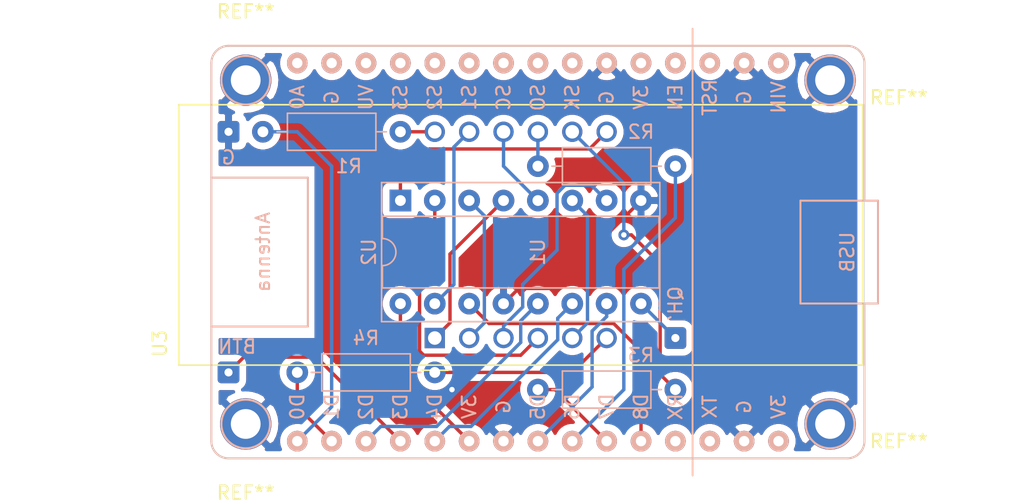
<source format=kicad_pcb>
(kicad_pcb (version 20171130) (host pcbnew 5.1.10-6.fc33)

  (general
    (thickness 1.6)
    (drawings 11)
    (tracks 85)
    (zones 0)
    (modules 14)
    (nets 41)
  )

  (page A4)
  (layers
    (0 F.Cu signal)
    (31 B.Cu signal)
    (32 B.Adhes user)
    (33 F.Adhes user)
    (34 B.Paste user)
    (35 F.Paste user)
    (36 B.SilkS user)
    (37 F.SilkS user)
    (38 B.Mask user)
    (39 F.Mask user)
    (40 Dwgs.User user)
    (41 Cmts.User user)
    (42 Eco1.User user)
    (43 Eco2.User user)
    (44 Edge.Cuts user)
    (45 Margin user)
    (46 B.CrtYd user)
    (47 F.CrtYd user)
    (48 B.Fab user)
    (49 F.Fab user)
  )

  (setup
    (last_trace_width 0.25)
    (trace_clearance 0.2)
    (zone_clearance 0.508)
    (zone_45_only no)
    (trace_min 0.2)
    (via_size 0.8)
    (via_drill 0.4)
    (via_min_size 0.4)
    (via_min_drill 0.3)
    (uvia_size 0.3)
    (uvia_drill 0.1)
    (uvias_allowed no)
    (uvia_min_size 0.2)
    (uvia_min_drill 0.1)
    (edge_width 0.05)
    (segment_width 0.2)
    (pcb_text_width 0.3)
    (pcb_text_size 1.5 1.5)
    (mod_edge_width 0.12)
    (mod_text_size 1 1)
    (mod_text_width 0.15)
    (pad_size 1.6 1.6)
    (pad_drill 0.6)
    (pad_to_mask_clearance 0)
    (aux_axis_origin 73.66 106.68)
    (grid_origin 73.66 106.68)
    (visible_elements FFFFFF7F)
    (pcbplotparams
      (layerselection 0x010fc_ffffffff)
      (usegerberextensions false)
      (usegerberattributes true)
      (usegerberadvancedattributes true)
      (creategerberjobfile true)
      (excludeedgelayer true)
      (linewidth 0.100000)
      (plotframeref false)
      (viasonmask false)
      (mode 1)
      (useauxorigin false)
      (hpglpennumber 1)
      (hpglpenspeed 20)
      (hpglpendiameter 15.000000)
      (psnegative false)
      (psa4output false)
      (plotreference true)
      (plotvalue true)
      (plotinvisibletext false)
      (padsonsilk false)
      (subtractmaskfromsilk false)
      (outputformat 1)
      (mirror false)
      (drillshape 1)
      (scaleselection 1)
      (outputdirectory ""))
  )

  (net 0 "")
  (net 1 "Net-(R1-Pad2)")
  (net 2 /dig1)
  (net 3 "Net-(R2-Pad2)")
  (net 4 /dig2)
  (net 5 "Net-(R3-Pad2)")
  (net 6 /dig3)
  (net 7 "Net-(R4-Pad2)")
  (net 8 /dig4)
  (net 9 /button)
  (net 10 GND)
  (net 11 /rclk)
  (net 12 /srclk)
  (net 13 /3v3)
  (net 14 /srclr')
  (net 15 /ser)
  (net 16 "Net-(U1-Pad19)")
  (net 17 "Net-(U1-Pad18)")
  (net 18 "Net-(U1-Pad16)")
  (net 19 +5V)
  (net 20 "Net-(U1-Pad13)")
  (net 21 "Net-(U1-Pad12)")
  (net 22 "Net-(U1-Pad11)")
  (net 23 "Net-(U1-Pad9)")
  (net 24 "Net-(U1-Pad8)")
  (net 25 "Net-(U1-Pad7)")
  (net 26 "Net-(U1-Pad6)")
  (net 27 "Net-(U1-Pad5)")
  (net 28 "Net-(U1-Pad4)")
  (net 29 "Net-(U1-Pad3)")
  (net 30 "Net-(U1-Pad2)")
  (net 31 "Net-(U1-Pad1)")
  (net 32 "Net-(U2-Pad15)")
  (net 33 "Net-(U2-Pad7)")
  (net 34 "Net-(U2-Pad6)")
  (net 35 "Net-(U2-Pad5)")
  (net 36 "Net-(U2-Pad4)")
  (net 37 "Net-(U2-Pad3)")
  (net 38 "Net-(U2-Pad2)")
  (net 39 "Net-(U2-Pad9)")
  (net 40 "Net-(U2-Pad1)")

  (net_class Default "This is the default net class."
    (clearance 0.2)
    (trace_width 0.25)
    (via_dia 0.8)
    (via_drill 0.4)
    (uvia_dia 0.3)
    (uvia_drill 0.1)
    (add_net +5V)
    (add_net /3v3)
    (add_net /button)
    (add_net /dig1)
    (add_net /dig2)
    (add_net /dig3)
    (add_net /dig4)
    (add_net /rclk)
    (add_net /ser)
    (add_net /srclk)
    (add_net /srclr')
    (add_net GND)
    (add_net "Net-(R1-Pad2)")
    (add_net "Net-(R2-Pad2)")
    (add_net "Net-(R3-Pad2)")
    (add_net "Net-(R4-Pad2)")
    (add_net "Net-(U1-Pad1)")
    (add_net "Net-(U1-Pad11)")
    (add_net "Net-(U1-Pad12)")
    (add_net "Net-(U1-Pad13)")
    (add_net "Net-(U1-Pad16)")
    (add_net "Net-(U1-Pad18)")
    (add_net "Net-(U1-Pad19)")
    (add_net "Net-(U1-Pad2)")
    (add_net "Net-(U1-Pad3)")
    (add_net "Net-(U1-Pad4)")
    (add_net "Net-(U1-Pad5)")
    (add_net "Net-(U1-Pad6)")
    (add_net "Net-(U1-Pad7)")
    (add_net "Net-(U1-Pad8)")
    (add_net "Net-(U1-Pad9)")
    (add_net "Net-(U2-Pad1)")
    (add_net "Net-(U2-Pad15)")
    (add_net "Net-(U2-Pad2)")
    (add_net "Net-(U2-Pad3)")
    (add_net "Net-(U2-Pad4)")
    (add_net "Net-(U2-Pad5)")
    (add_net "Net-(U2-Pad6)")
    (add_net "Net-(U2-Pad7)")
    (add_net "Net-(U2-Pad9)")
  )

  (module Connector_Wire:SolderWire-0.1sqmm_1x01_D0.4mm_OD1mm (layer F.Cu) (tedit 61694503) (tstamp 61697E64)
    (at 101.6 99.06)
    (descr "Soldered wire connection, for a single 0.1 mm² wire, basic insulation, conductor diameter 0.4mm, outer diameter 1mm, size source Multi-Contact FLEXI-E 0.1 (https://ec.staubli.com/AcroFiles/Catalogues/TM_Cab-Main-11014119_(en)_hi.pdf), bend radius 3 times outer diameter, generated with kicad-footprint-generator")
    (tags "connector wire 0.1sqmm")
    (attr virtual)
    (fp_text reference QH' (at 0 -2.54 90) (layer B.SilkS)
      (effects (font (size 1 1) (thickness 0.15)) (justify mirror))
    )
    (fp_text value SolderWire-0.1sqmm_1x01_D0.4mm_OD1mm (at 0 2) (layer F.Fab)
      (effects (font (size 1 1) (thickness 0.15)))
    )
    (fp_text user %R (at 0 0) (layer F.Fab)
      (effects (font (size 0.25 0.25) (thickness 0.04)))
    )
    (fp_circle (center 0 0) (end 0.5 0) (layer F.Fab) (width 0.1))
    (fp_line (start -1.3 -1.3) (end -1.3 1.3) (layer F.CrtYd) (width 0.05))
    (fp_line (start -1.3 1.3) (end 1.3 1.3) (layer F.CrtYd) (width 0.05))
    (fp_line (start 1.3 1.3) (end 1.3 -1.3) (layer F.CrtYd) (width 0.05))
    (fp_line (start 1.3 -1.3) (end -1.3 -1.3) (layer F.CrtYd) (width 0.05))
    (pad 1 thru_hole roundrect (at 0 0) (size 1.6 1.6) (drill 0.6) (layers *.Cu *.Mask) (roundrect_rratio 0.156)
      (net 39 "Net-(U2-Pad9)"))
    (model ${KISYS3DMOD}/Connector_Wire.3dshapes/SolderWire-0.1sqmm_1x01_D0.4mm_OD1mm.wrl
      (at (xyz 0 0 0))
      (scale (xyz 1 1 1))
      (rotate (xyz 0 0 0))
    )
  )

  (module MountingHole:MountingHole_2.2mm_M2_DIN965_Pad (layer F.Cu) (tedit 61693D0C) (tstamp 61696378)
    (at 113.03 105.41)
    (descr "Mounting Hole 2.2mm, M2, DIN965")
    (tags "mounting hole 2.2mm m2 din965")
    (attr virtual)
    (fp_text reference REF** (at 5.08 1.27) (layer F.SilkS)
      (effects (font (size 1 1) (thickness 0.15)))
    )
    (fp_text value MountingHole_2.2mm_M2_DIN965_Pad (at 0 2.9) (layer F.Fab)
      (effects (font (size 1 1) (thickness 0.15)))
    )
    (fp_circle (center 0 0) (end 2.15 0) (layer F.CrtYd) (width 0.05))
    (fp_circle (center 0 0) (end 1.9 0) (layer Cmts.User) (width 0.15))
    (fp_text user %R (at 0.3 0) (layer F.Fab)
      (effects (font (size 1 1) (thickness 0.15)))
    )
    (pad 1 thru_hole circle (at 0 0) (size 3.8 3.8) (drill 2.2) (layers *.Cu *.Mask)
      (net 10 GND))
  )

  (module MountingHole:MountingHole_2.2mm_M2_DIN965_Pad (layer F.Cu) (tedit 61693D0C) (tstamp 61695B13)
    (at 113.03 80.01)
    (descr "Mounting Hole 2.2mm, M2, DIN965")
    (tags "mounting hole 2.2mm m2 din965")
    (attr virtual)
    (fp_text reference REF** (at 5.08 1.27) (layer F.SilkS)
      (effects (font (size 1 1) (thickness 0.15)))
    )
    (fp_text value MountingHole_2.2mm_M2_DIN965_Pad (at 0 2.9) (layer F.Fab)
      (effects (font (size 1 1) (thickness 0.15)))
    )
    (fp_text user %R (at 0.3 0) (layer F.Fab)
      (effects (font (size 1 1) (thickness 0.15)))
    )
    (fp_circle (center 0 0) (end 1.9 0) (layer Cmts.User) (width 0.15))
    (fp_circle (center 0 0) (end 2.15 0) (layer F.CrtYd) (width 0.05))
    (pad 1 thru_hole circle (at 0 0) (size 3.8 3.8) (drill 2.2) (layers *.Cu *.Mask)
      (net 10 GND))
  )

  (module Connector_Wire:SolderWire-0.1sqmm_1x01_D0.4mm_OD1mm (layer B.Cu) (tedit 61693C93) (tstamp 6169591F)
    (at 68.58 83.82 180)
    (descr "Soldered wire connection, for a single 0.1 mm² wire, basic insulation, conductor diameter 0.4mm, outer diameter 1mm, size source Multi-Contact FLEXI-E 0.1 (https://ec.staubli.com/AcroFiles/Catalogues/TM_Cab-Main-11014119_(en)_hi.pdf), bend radius 3 times outer diameter, generated with kicad-footprint-generator")
    (tags "connector wire 0.1sqmm")
    (attr virtual)
    (fp_text reference G (at 0 -1.905) (layer B.SilkS)
      (effects (font (size 1 1) (thickness 0.15)) (justify mirror))
    )
    (fp_text value SolderWire-0.1sqmm_1x01_D0.4mm_OD1mm (at 0 -2) (layer B.Fab)
      (effects (font (size 1 1) (thickness 0.15)) (justify mirror))
    )
    (fp_text user %R (at 0 0) (layer B.Fab)
      (effects (font (size 0.25 0.25) (thickness 0.04)) (justify mirror))
    )
    (fp_circle (center 0 0) (end 0.5 0) (layer B.Fab) (width 0.1))
    (fp_line (start -1.3 1.3) (end -1.3 -1.3) (layer B.CrtYd) (width 0.05))
    (fp_line (start -1.3 -1.3) (end 1.3 -1.3) (layer B.CrtYd) (width 0.05))
    (fp_line (start 1.3 -1.3) (end 1.3 1.3) (layer B.CrtYd) (width 0.05))
    (fp_line (start 1.3 1.3) (end -1.3 1.3) (layer B.CrtYd) (width 0.05))
    (pad 1 thru_hole roundrect (at 0 0 180) (size 1.6 1.6) (drill 0.6) (layers *.Cu *.Mask) (roundrect_rratio 0.156)
      (net 10 GND))
    (model ${KISYS3DMOD}/Connector_Wire.3dshapes/SolderWire-0.1sqmm_1x01_D0.4mm_OD1mm.wrl
      (at (xyz 0 0 0))
      (scale (xyz 1 1 1))
      (rotate (xyz 0 0 0))
    )
  )

  (module Connector_Wire:SolderWire-0.1sqmm_1x01_D0.4mm_OD1mm (layer B.Cu) (tedit 61693C6C) (tstamp 616957D9)
    (at 68.58 101.6 180)
    (descr "Soldered wire connection, for a single 0.1 mm² wire, basic insulation, conductor diameter 0.4mm, outer diameter 1mm, size source Multi-Contact FLEXI-E 0.1 (https://ec.staubli.com/AcroFiles/Catalogues/TM_Cab-Main-11014119_(en)_hi.pdf), bend radius 3 times outer diameter, generated with kicad-footprint-generator")
    (tags "connector wire 0.1sqmm")
    (attr virtual)
    (fp_text reference BTN (at -0.635 1.905) (layer B.SilkS)
      (effects (font (size 1 1) (thickness 0.15)) (justify mirror))
    )
    (fp_text value SolderWire-0.1sqmm_1x01_D0.4mm_OD1mm (at 0 -2) (layer B.Fab)
      (effects (font (size 1 1) (thickness 0.15)) (justify mirror))
    )
    (fp_text user %R (at 0 0) (layer B.Fab)
      (effects (font (size 0.25 0.25) (thickness 0.04)) (justify mirror))
    )
    (fp_circle (center 0 0) (end 0.5 0) (layer B.Fab) (width 0.1))
    (fp_line (start -1.3 1.3) (end -1.3 -1.3) (layer B.CrtYd) (width 0.05))
    (fp_line (start -1.3 -1.3) (end 1.3 -1.3) (layer B.CrtYd) (width 0.05))
    (fp_line (start 1.3 -1.3) (end 1.3 1.3) (layer B.CrtYd) (width 0.05))
    (fp_line (start 1.3 1.3) (end -1.3 1.3) (layer B.CrtYd) (width 0.05))
    (pad 1 thru_hole roundrect (at 0 0 180) (size 1.6 1.6) (drill 0.6) (layers *.Cu *.Mask) (roundrect_rratio 0.156)
      (net 9 /button))
    (model ${KISYS3DMOD}/Connector_Wire.3dshapes/SolderWire-0.1sqmm_1x01_D0.4mm_OD1mm.wrl
      (at (xyz 0 0 0))
      (scale (xyz 1 1 1))
      (rotate (xyz 0 0 0))
    )
  )

  (module MountingHole:MountingHole_2.2mm_M2_DIN965_Pad (layer F.Cu) (tedit 61693AD8) (tstamp 61694A03)
    (at 69.85 105.41)
    (descr "Mounting Hole 2.2mm, M2, DIN965")
    (tags "mounting hole 2.2mm m2 din965")
    (attr virtual)
    (fp_text reference REF** (at 0 5.08) (layer F.SilkS)
      (effects (font (size 1 1) (thickness 0.15)))
    )
    (fp_text value MountingHole_2.2mm_M2_DIN965_Pad (at 0 2.9) (layer F.Fab)
      (effects (font (size 1 1) (thickness 0.15)))
    )
    (fp_text user %R (at 0.3 0) (layer F.Fab)
      (effects (font (size 1 1) (thickness 0.15)))
    )
    (fp_circle (center 0 0) (end 1.9 0) (layer Cmts.User) (width 0.15))
    (fp_circle (center 0 0) (end 2.15 0) (layer F.CrtYd) (width 0.05))
    (pad 1 thru_hole circle (at 0 0) (size 3.8 3.8) (drill 2.2) (layers *.Cu *.Mask)
      (net 10 GND))
  )

  (module MountingHole:MountingHole_2.2mm_M2_DIN965_Pad (layer F.Cu) (tedit 61693AE1) (tstamp 616949E6)
    (at 69.85 80.01)
    (descr "Mounting Hole 2.2mm, M2, DIN965")
    (tags "mounting hole 2.2mm m2 din965")
    (attr virtual)
    (fp_text reference REF** (at 0 -5.08) (layer F.SilkS)
      (effects (font (size 1 1) (thickness 0.15)))
    )
    (fp_text value MountingHole_2.2mm_M2_DIN965_Pad (at 0 2.9) (layer F.Fab)
      (effects (font (size 1 1) (thickness 0.15)))
    )
    (fp_text user %R (at 0.3 0) (layer F.Fab)
      (effects (font (size 1 1) (thickness 0.15)))
    )
    (fp_circle (center 0 0) (end 1.9 0) (layer Cmts.User) (width 0.15))
    (fp_circle (center 0 0) (end 2.15 0) (layer F.CrtYd) (width 0.05))
    (pad 1 thru_hole circle (at 0 0) (size 3.8 3.8) (drill 2.2) (layers *.Cu *.Mask)
      (net 10 GND))
  )

  (module Display_7Segment:CA56-12EWA (layer F.Cu) (tedit 5A02FE84) (tstamp 6168D0C1)
    (at 83.82 99.06 90)
    (descr "4 digit 7 segment green LED, http://www.kingbrightusa.com/images/catalog/SPEC/CA56-12EWA.pdf")
    (tags "4 digit 7 segment green LED")
    (path /6168D5D2)
    (fp_text reference U3 (at -0.4 -20.31 90) (layer F.SilkS)
      (effects (font (size 1 1) (thickness 0.15)))
    )
    (fp_text value CC56-12EWA (at 2.37 33.21 90) (layer F.Fab)
      (effects (font (size 1 1) (thickness 0.15)))
    )
    (fp_text user %R (at 8.128 6.604 90) (layer F.Fab)
      (effects (font (size 1 1) (thickness 0.15)))
    )
    (fp_line (start -2 -18.92) (end 17.24 -18.92) (layer F.SilkS) (width 0.12))
    (fp_line (start -2 -18.92) (end -2 31.62) (layer F.SilkS) (width 0.12))
    (fp_line (start -2 31.62) (end 17.24 31.62) (layer F.SilkS) (width 0.12))
    (fp_line (start 17.24 31.62) (end 17.24 -18.92) (layer F.SilkS) (width 0.12))
    (fp_line (start -1.88 1) (end -0.88 0) (layer F.Fab) (width 0.1))
    (fp_line (start -0.88 0) (end -1.88 -1) (layer F.Fab) (width 0.1))
    (fp_line (start -1.88 -1) (end -1.88 -18.8) (layer F.Fab) (width 0.1))
    (fp_line (start -2.13 -19.05) (end 17.37 -19.05) (layer F.CrtYd) (width 0.05))
    (fp_line (start 17.37 -19.05) (end 17.37 31.75) (layer F.CrtYd) (width 0.05))
    (fp_line (start 17.37 31.75) (end -2.13 31.75) (layer F.CrtYd) (width 0.05))
    (fp_line (start -2.13 31.75) (end -2.13 -19.05) (layer F.CrtYd) (width 0.05))
    (fp_line (start -2.38 -1) (end -2.38 1) (layer F.SilkS) (width 0.12))
    (fp_line (start -1.88 -18.8) (end 17.12 -18.8) (layer F.Fab) (width 0.1))
    (fp_line (start 17.12 -18.8) (end 17.12 31.5) (layer F.Fab) (width 0.1))
    (fp_line (start -1.88 31.5) (end 17.12 31.5) (layer F.Fab) (width 0.1))
    (fp_line (start -1.88 1) (end -1.88 31.5) (layer F.Fab) (width 0.1))
    (pad 12 thru_hole circle (at 15.24 0 90) (size 1.5 1.5) (drill 1) (layers *.Cu *.Mask)
      (net 1 "Net-(R1-Pad2)"))
    (pad 11 thru_hole circle (at 15.24 2.54 90) (size 1.5 1.5) (drill 1) (layers *.Cu *.Mask)
      (net 32 "Net-(U2-Pad15)"))
    (pad 10 thru_hole circle (at 15.24 5.08 90) (size 1.5 1.5) (drill 1) (layers *.Cu *.Mask)
      (net 35 "Net-(U2-Pad5)"))
    (pad 9 thru_hole circle (at 15.24 7.62 90) (size 1.5 1.5) (drill 1) (layers *.Cu *.Mask)
      (net 3 "Net-(R2-Pad2)"))
    (pad 8 thru_hole circle (at 15.24 10.16 90) (size 1.5 1.5) (drill 1) (layers *.Cu *.Mask)
      (net 5 "Net-(R3-Pad2)"))
    (pad 7 thru_hole circle (at 15.24 12.7 90) (size 1.5 1.5) (drill 1) (layers *.Cu *.Mask)
      (net 40 "Net-(U2-Pad1)"))
    (pad 6 thru_hole circle (at 0 12.7 90) (size 1.5 1.5) (drill 1) (layers *.Cu *.Mask)
      (net 7 "Net-(R4-Pad2)"))
    (pad 5 thru_hole circle (at 0 10.16 90) (size 1.5 1.5) (drill 1) (layers *.Cu *.Mask)
      (net 34 "Net-(U2-Pad6)"))
    (pad 4 thru_hole circle (at 0 7.62 90) (size 1.5 1.5) (drill 1) (layers *.Cu *.Mask)
      (net 38 "Net-(U2-Pad2)"))
    (pad 3 thru_hole circle (at 0 5.08 90) (size 1.5 1.5) (drill 1) (layers *.Cu *.Mask)
      (net 33 "Net-(U2-Pad7)"))
    (pad 2 thru_hole circle (at 0 2.54 90) (size 1.5 1.5) (drill 1) (layers *.Cu *.Mask)
      (net 37 "Net-(U2-Pad3)"))
    (pad 1 thru_hole rect (at 0 0 90) (size 1.5 1.5) (drill 1) (layers *.Cu *.Mask)
      (net 36 "Net-(U2-Pad4)"))
    (model ${KISYS3DMOD}/Display_7Segment.3dshapes/CA56-12EWA.wrl
      (at (xyz 0 0 0))
      (scale (xyz 1 1 1))
      (rotate (xyz 0 0 0))
    )
  )

  (module Package_DIP:DIP-16_W7.62mm_Socket (layer B.Cu) (tedit 5A02E8C5) (tstamp 616934DD)
    (at 81.28 88.9 270)
    (descr "16-lead though-hole mounted DIP package, row spacing 7.62 mm (300 mils), Socket")
    (tags "THT DIP DIL PDIP 2.54mm 7.62mm 300mil Socket")
    (path /6168A2A1)
    (fp_text reference U2 (at 3.81 2.33 270) (layer B.SilkS)
      (effects (font (size 1 1) (thickness 0.15)) (justify mirror))
    )
    (fp_text value 74HC595 (at 3.81 -20.11 270) (layer B.Fab)
      (effects (font (size 1 1) (thickness 0.15)) (justify mirror))
    )
    (fp_text user %R (at 3.81 -8.89 270) (layer B.Fab)
      (effects (font (size 1 1) (thickness 0.15)) (justify mirror))
    )
    (fp_arc (start 3.81 1.33) (end 2.81 1.33) (angle 180) (layer B.SilkS) (width 0.12))
    (fp_line (start 1.635 1.27) (end 6.985 1.27) (layer B.Fab) (width 0.1))
    (fp_line (start 6.985 1.27) (end 6.985 -19.05) (layer B.Fab) (width 0.1))
    (fp_line (start 6.985 -19.05) (end 0.635 -19.05) (layer B.Fab) (width 0.1))
    (fp_line (start 0.635 -19.05) (end 0.635 0.27) (layer B.Fab) (width 0.1))
    (fp_line (start 0.635 0.27) (end 1.635 1.27) (layer B.Fab) (width 0.1))
    (fp_line (start -1.27 1.33) (end -1.27 -19.11) (layer B.Fab) (width 0.1))
    (fp_line (start -1.27 -19.11) (end 8.89 -19.11) (layer B.Fab) (width 0.1))
    (fp_line (start 8.89 -19.11) (end 8.89 1.33) (layer B.Fab) (width 0.1))
    (fp_line (start 8.89 1.33) (end -1.27 1.33) (layer B.Fab) (width 0.1))
    (fp_line (start 2.81 1.33) (end 1.16 1.33) (layer B.SilkS) (width 0.12))
    (fp_line (start 1.16 1.33) (end 1.16 -19.11) (layer B.SilkS) (width 0.12))
    (fp_line (start 1.16 -19.11) (end 6.46 -19.11) (layer B.SilkS) (width 0.12))
    (fp_line (start 6.46 -19.11) (end 6.46 1.33) (layer B.SilkS) (width 0.12))
    (fp_line (start 6.46 1.33) (end 4.81 1.33) (layer B.SilkS) (width 0.12))
    (fp_line (start -1.33 1.39) (end -1.33 -19.17) (layer B.SilkS) (width 0.12))
    (fp_line (start -1.33 -19.17) (end 8.95 -19.17) (layer B.SilkS) (width 0.12))
    (fp_line (start 8.95 -19.17) (end 8.95 1.39) (layer B.SilkS) (width 0.12))
    (fp_line (start 8.95 1.39) (end -1.33 1.39) (layer B.SilkS) (width 0.12))
    (fp_line (start -1.55 1.6) (end -1.55 -19.4) (layer B.CrtYd) (width 0.05))
    (fp_line (start -1.55 -19.4) (end 9.15 -19.4) (layer B.CrtYd) (width 0.05))
    (fp_line (start 9.15 -19.4) (end 9.15 1.6) (layer B.CrtYd) (width 0.05))
    (fp_line (start 9.15 1.6) (end -1.55 1.6) (layer B.CrtYd) (width 0.05))
    (pad 16 thru_hole oval (at 7.62 0 270) (size 1.6 1.6) (drill 0.8) (layers *.Cu *.Mask)
      (net 13 /3v3))
    (pad 8 thru_hole oval (at 0 -17.78 270) (size 1.6 1.6) (drill 0.8) (layers *.Cu *.Mask)
      (net 10 GND))
    (pad 15 thru_hole oval (at 7.62 -2.54 270) (size 1.6 1.6) (drill 0.8) (layers *.Cu *.Mask)
      (net 32 "Net-(U2-Pad15)"))
    (pad 7 thru_hole oval (at 0 -15.24 270) (size 1.6 1.6) (drill 0.8) (layers *.Cu *.Mask)
      (net 33 "Net-(U2-Pad7)"))
    (pad 14 thru_hole oval (at 7.62 -5.08 270) (size 1.6 1.6) (drill 0.8) (layers *.Cu *.Mask)
      (net 15 /ser))
    (pad 6 thru_hole oval (at 0 -12.7 270) (size 1.6 1.6) (drill 0.8) (layers *.Cu *.Mask)
      (net 34 "Net-(U2-Pad6)"))
    (pad 13 thru_hole oval (at 7.62 -7.62 270) (size 1.6 1.6) (drill 0.8) (layers *.Cu *.Mask)
      (net 10 GND))
    (pad 5 thru_hole oval (at 0 -10.16 270) (size 1.6 1.6) (drill 0.8) (layers *.Cu *.Mask)
      (net 35 "Net-(U2-Pad5)"))
    (pad 12 thru_hole oval (at 7.62 -10.16 270) (size 1.6 1.6) (drill 0.8) (layers *.Cu *.Mask)
      (net 11 /rclk))
    (pad 4 thru_hole oval (at 0 -7.62 270) (size 1.6 1.6) (drill 0.8) (layers *.Cu *.Mask)
      (net 36 "Net-(U2-Pad4)"))
    (pad 11 thru_hole oval (at 7.62 -12.7 270) (size 1.6 1.6) (drill 0.8) (layers *.Cu *.Mask)
      (net 12 /srclk))
    (pad 3 thru_hole oval (at 0 -5.08 270) (size 1.6 1.6) (drill 0.8) (layers *.Cu *.Mask)
      (net 37 "Net-(U2-Pad3)"))
    (pad 10 thru_hole oval (at 7.62 -15.24 270) (size 1.6 1.6) (drill 0.8) (layers *.Cu *.Mask)
      (net 14 /srclr'))
    (pad 2 thru_hole oval (at 0 -2.54 270) (size 1.6 1.6) (drill 0.8) (layers *.Cu *.Mask)
      (net 38 "Net-(U2-Pad2)"))
    (pad 9 thru_hole oval (at 7.62 -17.78 270) (size 1.6 1.6) (drill 0.8) (layers *.Cu *.Mask)
      (net 39 "Net-(U2-Pad9)"))
    (pad 1 thru_hole rect (at 0 0 270) (size 1.6 1.6) (drill 0.8) (layers *.Cu *.Mask)
      (net 40 "Net-(U2-Pad1)"))
    (model ${KISYS3DMOD}/Package_DIP.3dshapes/DIP-16_W7.62mm_Socket.wrl
      (at (xyz 0 0 0))
      (scale (xyz 1 1 1))
      (rotate (xyz 0 0 0))
    )
  )

  (module "esp8266:NodeMCU1.0(12-E)" (layer B.Cu) (tedit 616942CE) (tstamp 6168FAE1)
    (at 91.44 92.71 270)
    (path /61687675)
    (fp_text reference U1 (at 0 0 270) (layer B.SilkS)
      (effects (font (size 1 1) (thickness 0.15)) (justify mirror))
    )
    (fp_text value "NodeMCU_1.0_(ESP-12E)" (at 0 5.08 270) (layer B.Fab)
      (effects (font (size 1 1) (thickness 0.15)) (justify mirror))
    )
    (fp_text user D0 (at 11.43 17.78 270) (layer B.SilkS)
      (effects (font (size 1 1) (thickness 0.15)) (justify mirror))
    )
    (fp_text user D1 (at 11.43 15.24 270) (layer B.SilkS)
      (effects (font (size 1 1) (thickness 0.15)) (justify mirror))
    )
    (fp_text user D2 (at 11.43 12.7 270) (layer B.SilkS)
      (effects (font (size 1 1) (thickness 0.15)) (justify mirror))
    )
    (fp_text user D3 (at 11.43 10.16 270) (layer B.SilkS)
      (effects (font (size 1 1) (thickness 0.15)) (justify mirror))
    )
    (fp_text user D4 (at 11.43 7.62 270) (layer B.SilkS)
      (effects (font (size 1 1) (thickness 0.15)) (justify mirror))
    )
    (fp_text user 3V (at 11.43 5.08 270) (layer B.SilkS)
      (effects (font (size 1 1) (thickness 0.15)) (justify mirror))
    )
    (fp_text user G (at 11.43 2.54 270) (layer B.SilkS)
      (effects (font (size 1 1) (thickness 0.15)) (justify mirror))
    )
    (fp_text user D5 (at 11.43 0 270) (layer B.SilkS)
      (effects (font (size 1 1) (thickness 0.15)) (justify mirror))
    )
    (fp_text user D6 (at 11.43 -2.54 270) (layer B.SilkS)
      (effects (font (size 1 1) (thickness 0.15)) (justify mirror))
    )
    (fp_text user D7 (at 11.43 -5.08 270) (layer B.SilkS)
      (effects (font (size 1 1) (thickness 0.15)) (justify mirror))
    )
    (fp_text user D8 (at 11.43 -7.62 270) (layer B.SilkS)
      (effects (font (size 1 1) (thickness 0.15)) (justify mirror))
    )
    (fp_text user RX (at 11.43 -10.16 270) (layer B.SilkS)
      (effects (font (size 1 1) (thickness 0.15)) (justify mirror))
    )
    (fp_text user TX (at 11.43 -12.7 270) (layer B.SilkS)
      (effects (font (size 1 1) (thickness 0.15)) (justify mirror))
    )
    (fp_text user G (at 11.43 -15.24 270) (layer B.SilkS)
      (effects (font (size 1 1) (thickness 0.15)) (justify mirror))
    )
    (fp_text user 3V (at 11.43 -17.78 270) (layer B.SilkS)
      (effects (font (size 1 1) (thickness 0.15)) (justify mirror))
    )
    (fp_text user A0 (at -11.43 17.78 270) (layer B.SilkS)
      (effects (font (size 1 1) (thickness 0.15)) (justify mirror))
    )
    (fp_text user G (at -11.43 15.24 270) (layer B.SilkS)
      (effects (font (size 1 1) (thickness 0.15)) (justify mirror))
    )
    (fp_text user VU (at -11.43 12.7 270) (layer B.SilkS)
      (effects (font (size 1 1) (thickness 0.15)) (justify mirror))
    )
    (fp_text user S3 (at -11.43 10.16 270) (layer B.SilkS)
      (effects (font (size 1 1) (thickness 0.15)) (justify mirror))
    )
    (fp_text user S2 (at -11.43 7.62 270) (layer B.SilkS)
      (effects (font (size 1 1) (thickness 0.15)) (justify mirror))
    )
    (fp_text user S1 (at -11.43 5.08 270) (layer B.SilkS)
      (effects (font (size 1 1) (thickness 0.15)) (justify mirror))
    )
    (fp_text user SC (at -11.43 2.54 270) (layer B.SilkS)
      (effects (font (size 1 1) (thickness 0.15)) (justify mirror))
    )
    (fp_text user SO (at -11.43 0 270) (layer B.SilkS)
      (effects (font (size 1 1) (thickness 0.15)) (justify mirror))
    )
    (fp_text user SK (at -11.43 -2.54 270) (layer B.SilkS)
      (effects (font (size 1 1) (thickness 0.15)) (justify mirror))
    )
    (fp_text user G (at -11.43 -5.08 270) (layer B.SilkS)
      (effects (font (size 1 1) (thickness 0.15)) (justify mirror))
    )
    (fp_text user 3V (at -11.43 -7.62 270) (layer B.SilkS)
      (effects (font (size 1 1) (thickness 0.15)) (justify mirror))
    )
    (fp_text user EN (at -11.43 -10.16 270) (layer B.SilkS)
      (effects (font (size 1 1) (thickness 0.15)) (justify mirror))
    )
    (fp_text user RST (at -11.43 -12.7 270) (layer B.SilkS)
      (effects (font (size 1 1) (thickness 0.15)) (justify mirror))
    )
    (fp_text user G (at -11.43 -15.24 270) (layer B.SilkS)
      (effects (font (size 1 1) (thickness 0.15)) (justify mirror))
    )
    (fp_text user VIN (at -11.43 -17.78 270) (layer B.SilkS)
      (effects (font (size 1 1) (thickness 0.15)) (justify mirror))
    )
    (fp_arc (start -13.97 -22.86) (end -13.97 -24.13) (angle -90) (layer B.SilkS) (width 0.15))
    (fp_arc (start 13.97 -22.86) (end 15.24 -22.86) (angle -90) (layer B.SilkS) (width 0.15))
    (fp_arc (start 13.97 22.86) (end 13.97 24.13) (angle -90) (layer B.SilkS) (width 0.15))
    (fp_arc (start -13.97 22.86) (end -15.24 22.86) (angle -90) (layer B.SilkS) (width 0.15))
    (fp_text user Antenna (at 0 20.32 270) (layer B.SilkS)
      (effects (font (size 1 1) (thickness 0.15)) (justify mirror))
    )
    (fp_text user USB (at 0 -22.86 270) (layer B.SilkS)
      (effects (font (size 1 1) (thickness 0.15)) (justify mirror))
    )
    (fp_line (start 13.98 -24.13) (end 3.81 -24.13) (layer B.SilkS) (width 0.15))
    (fp_line (start 5.5 17) (end -5.5 17) (layer B.SilkS) (width 0.15))
    (fp_line (start 5.5 24.13) (end 5.5 17) (layer B.SilkS) (width 0.15))
    (fp_line (start -5.5 17) (end -5.5 24.13) (layer B.SilkS) (width 0.15))
    (fp_line (start -3.8 -25.13) (end -3.8 -19.4) (layer B.SilkS) (width 0.15))
    (fp_line (start -3.8 -19.4) (end 3.8 -19.4) (layer B.SilkS) (width 0.15))
    (fp_line (start 3.8 -19.4) (end 3.8 -25.13) (layer B.SilkS) (width 0.15))
    (fp_line (start 3.8 -25.13) (end -3.8 -25.13) (layer B.SilkS) (width 0.15))
    (fp_line (start 15.24 22.86) (end 15.24 -22.86) (layer B.SilkS) (width 0.15))
    (fp_line (start -15.24 22.86) (end -15.24 -22.86) (layer B.SilkS) (width 0.15))
    (fp_line (start -3.8 -24.13) (end -13.97 -24.13) (layer B.SilkS) (width 0.15))
    (fp_circle (center 12.7 -21.59) (end 13.97 -20.32) (layer B.SilkS) (width 0.15))
    (fp_circle (center -12.7 -21.59) (end -11.43 -20.32) (layer B.SilkS) (width 0.15))
    (fp_circle (center -12.7 21.59) (end -11.43 22.86) (layer B.SilkS) (width 0.15))
    (fp_circle (center 12.7 21.59) (end 13.97 22.86) (layer B.SilkS) (width 0.15))
    (fp_line (start 13.97 24.13) (end -13.97 24.13) (layer B.SilkS) (width 0.15))
    (pad 30 thru_hole circle (at 13.97 17.78 270) (size 1.524 1.524) (drill 0.762) (layers *.Cu *.Mask B.SilkS)
      (net 2 /dig1))
    (pad 29 thru_hole circle (at 13.97 15.24 270) (size 1.524 1.524) (drill 0.762) (layers *.Cu *.Mask B.SilkS)
      (net 8 /dig4))
    (pad 28 thru_hole circle (at 13.97 12.7 270) (size 1.524 1.524) (drill 0.762) (layers *.Cu *.Mask B.SilkS)
      (net 11 /rclk))
    (pad 27 thru_hole circle (at 13.97 10.16 270) (size 1.524 1.524) (drill 0.762) (layers *.Cu *.Mask B.SilkS)
      (net 9 /button))
    (pad 26 thru_hole circle (at 13.97 7.62 270) (size 1.524 1.524) (drill 0.762) (layers *.Cu *.Mask B.SilkS)
      (net 12 /srclk))
    (pad 25 thru_hole circle (at 13.97 5.08 270) (size 1.524 1.524) (drill 0.762) (layers *.Cu *.Mask B.SilkS)
      (net 13 /3v3))
    (pad 24 thru_hole circle (at 13.97 2.54 270) (size 1.524 1.524) (drill 0.762) (layers *.Cu *.Mask B.SilkS)
      (net 10 GND))
    (pad 23 thru_hole circle (at 13.97 0 270) (size 1.524 1.524) (drill 0.762) (layers *.Cu *.Mask B.SilkS)
      (net 14 /srclr'))
    (pad 22 thru_hole circle (at 13.97 -2.54 270) (size 1.524 1.524) (drill 0.762) (layers *.Cu *.Mask B.SilkS)
      (net 4 /dig2))
    (pad 21 thru_hole circle (at 13.97 -5.08 270) (size 1.524 1.524) (drill 0.762) (layers *.Cu *.Mask B.SilkS)
      (net 6 /dig3))
    (pad 20 thru_hole circle (at 13.97 -7.62 270) (size 1.524 1.524) (drill 0.762) (layers *.Cu *.Mask B.SilkS)
      (net 15 /ser))
    (pad 19 thru_hole circle (at 13.97 -10.16 270) (size 1.524 1.524) (drill 0.762) (layers *.Cu *.Mask B.SilkS)
      (net 16 "Net-(U1-Pad19)"))
    (pad 18 thru_hole circle (at 13.97 -12.7 270) (size 1.524 1.524) (drill 0.762) (layers *.Cu *.Mask B.SilkS)
      (net 17 "Net-(U1-Pad18)"))
    (pad 17 thru_hole circle (at 13.97 -15.24 270) (size 1.524 1.524) (drill 0.762) (layers *.Cu *.Mask B.SilkS)
      (net 10 GND))
    (pad 16 thru_hole circle (at 13.97 -17.78 270) (size 1.524 1.524) (drill 0.762) (layers *.Cu *.Mask B.SilkS)
      (net 18 "Net-(U1-Pad16)"))
    (pad 15 thru_hole circle (at -13.97 -17.78 270) (size 1.524 1.524) (drill 0.762) (layers *.Cu *.Mask B.SilkS)
      (net 19 +5V))
    (pad 14 thru_hole circle (at -13.97 -15.24 270) (size 1.524 1.524) (drill 0.762) (layers *.Cu *.Mask B.SilkS)
      (net 10 GND))
    (pad 13 thru_hole circle (at -13.97 -12.7 270) (size 1.524 1.524) (drill 0.762) (layers *.Cu *.Mask B.SilkS)
      (net 20 "Net-(U1-Pad13)"))
    (pad 12 thru_hole circle (at -13.97 -10.16 270) (size 1.524 1.524) (drill 0.762) (layers *.Cu *.Mask B.SilkS)
      (net 21 "Net-(U1-Pad12)"))
    (pad 11 thru_hole circle (at -13.97 -7.62 270) (size 1.524 1.524) (drill 0.762) (layers *.Cu *.Mask B.SilkS)
      (net 22 "Net-(U1-Pad11)"))
    (pad 10 thru_hole circle (at -13.97 -5.08 270) (size 1.524 1.524) (drill 0.762) (layers *.Cu *.Mask B.SilkS)
      (net 10 GND))
    (pad 9 thru_hole circle (at -13.97 -2.54 270) (size 1.524 1.524) (drill 0.762) (layers *.Cu *.Mask B.SilkS)
      (net 23 "Net-(U1-Pad9)"))
    (pad 8 thru_hole circle (at -13.97 0 270) (size 1.524 1.524) (drill 0.762) (layers *.Cu *.Mask B.SilkS)
      (net 24 "Net-(U1-Pad8)"))
    (pad 7 thru_hole circle (at -13.97 2.54 270) (size 1.524 1.524) (drill 0.762) (layers *.Cu *.Mask B.SilkS)
      (net 25 "Net-(U1-Pad7)"))
    (pad 6 thru_hole circle (at -13.97 5.08 270) (size 1.524 1.524) (drill 0.762) (layers *.Cu *.Mask B.SilkS)
      (net 26 "Net-(U1-Pad6)"))
    (pad 5 thru_hole circle (at -13.97 7.62 270) (size 1.524 1.524) (drill 0.762) (layers *.Cu *.Mask B.SilkS)
      (net 27 "Net-(U1-Pad5)"))
    (pad 4 thru_hole circle (at -13.97 10.16 270) (size 1.524 1.524) (drill 0.762) (layers *.Cu *.Mask B.SilkS)
      (net 28 "Net-(U1-Pad4)"))
    (pad 3 thru_hole circle (at -13.97 12.7 270) (size 1.524 1.524) (drill 0.762) (layers *.Cu *.Mask B.SilkS)
      (net 29 "Net-(U1-Pad3)"))
    (pad 2 thru_hole circle (at -13.97 15.24 270) (size 1.524 1.524) (drill 0.762) (layers *.Cu *.Mask B.SilkS)
      (net 30 "Net-(U1-Pad2)"))
    (pad 1 thru_hole circle (at -13.97 17.78 270) (size 1.524 1.524) (drill 0.762) (layers *.Cu *.Mask B.SilkS)
      (net 31 "Net-(U1-Pad1)"))
  )

  (module Resistor_THT:R_Axial_DIN0207_L6.3mm_D2.5mm_P10.16mm_Horizontal (layer B.Cu) (tedit 5AE5139B) (tstamp 6168CFFF)
    (at 73.66 101.6)
    (descr "Resistor, Axial_DIN0207 series, Axial, Horizontal, pin pitch=10.16mm, 0.25W = 1/4W, length*diameter=6.3*2.5mm^2, http://cdn-reichelt.de/documents/datenblatt/B400/1_4W%23YAG.pdf")
    (tags "Resistor Axial_DIN0207 series Axial Horizontal pin pitch 10.16mm 0.25W = 1/4W length 6.3mm diameter 2.5mm")
    (path /616B41A0)
    (fp_text reference R4 (at 5.08 -2.54) (layer B.SilkS)
      (effects (font (size 1 1) (thickness 0.15)) (justify mirror))
    )
    (fp_text value R (at 2.54 0) (layer B.Fab)
      (effects (font (size 1 1) (thickness 0.15)) (justify mirror))
    )
    (fp_text user %R (at 5.08 0) (layer B.Fab)
      (effects (font (size 1 1) (thickness 0.15)) (justify mirror))
    )
    (fp_line (start 1.93 1.25) (end 1.93 -1.25) (layer B.Fab) (width 0.1))
    (fp_line (start 1.93 -1.25) (end 8.23 -1.25) (layer B.Fab) (width 0.1))
    (fp_line (start 8.23 -1.25) (end 8.23 1.25) (layer B.Fab) (width 0.1))
    (fp_line (start 8.23 1.25) (end 1.93 1.25) (layer B.Fab) (width 0.1))
    (fp_line (start 0 0) (end 1.93 0) (layer B.Fab) (width 0.1))
    (fp_line (start 10.16 0) (end 8.23 0) (layer B.Fab) (width 0.1))
    (fp_line (start 1.81 1.37) (end 1.81 -1.37) (layer B.SilkS) (width 0.12))
    (fp_line (start 1.81 -1.37) (end 8.35 -1.37) (layer B.SilkS) (width 0.12))
    (fp_line (start 8.35 -1.37) (end 8.35 1.37) (layer B.SilkS) (width 0.12))
    (fp_line (start 8.35 1.37) (end 1.81 1.37) (layer B.SilkS) (width 0.12))
    (fp_line (start 1.04 0) (end 1.81 0) (layer B.SilkS) (width 0.12))
    (fp_line (start 9.12 0) (end 8.35 0) (layer B.SilkS) (width 0.12))
    (fp_line (start -1.05 1.5) (end -1.05 -1.5) (layer B.CrtYd) (width 0.05))
    (fp_line (start -1.05 -1.5) (end 11.21 -1.5) (layer B.CrtYd) (width 0.05))
    (fp_line (start 11.21 -1.5) (end 11.21 1.5) (layer B.CrtYd) (width 0.05))
    (fp_line (start 11.21 1.5) (end -1.05 1.5) (layer B.CrtYd) (width 0.05))
    (pad 2 thru_hole oval (at 10.16 0) (size 1.6 1.6) (drill 0.8) (layers *.Cu *.Mask)
      (net 7 "Net-(R4-Pad2)"))
    (pad 1 thru_hole circle (at 0 0) (size 1.6 1.6) (drill 0.8) (layers *.Cu *.Mask)
      (net 8 /dig4))
    (model ${KISYS3DMOD}/Resistor_THT.3dshapes/R_Axial_DIN0207_L6.3mm_D2.5mm_P10.16mm_Horizontal.wrl
      (at (xyz 0 0 0))
      (scale (xyz 1 1 1))
      (rotate (xyz 0 0 0))
    )
  )

  (module Resistor_THT:R_Axial_DIN0207_L6.3mm_D2.5mm_P10.16mm_Horizontal (layer B.Cu) (tedit 5AE5139B) (tstamp 6168CFE8)
    (at 91.44 102.87)
    (descr "Resistor, Axial_DIN0207 series, Axial, Horizontal, pin pitch=10.16mm, 0.25W = 1/4W, length*diameter=6.3*2.5mm^2, http://cdn-reichelt.de/documents/datenblatt/B400/1_4W%23YAG.pdf")
    (tags "Resistor Axial_DIN0207 series Axial Horizontal pin pitch 10.16mm 0.25W = 1/4W length 6.3mm diameter 2.5mm")
    (path /616B3F0D)
    (fp_text reference R3 (at 7.62 -2.54) (layer B.SilkS)
      (effects (font (size 1 1) (thickness 0.15)) (justify mirror))
    )
    (fp_text value R (at 2.54 0) (layer B.Fab)
      (effects (font (size 1 1) (thickness 0.15)) (justify mirror))
    )
    (fp_text user %R (at 5.08 0) (layer B.Fab)
      (effects (font (size 1 1) (thickness 0.15)) (justify mirror))
    )
    (fp_line (start 1.93 1.25) (end 1.93 -1.25) (layer B.Fab) (width 0.1))
    (fp_line (start 1.93 -1.25) (end 8.23 -1.25) (layer B.Fab) (width 0.1))
    (fp_line (start 8.23 -1.25) (end 8.23 1.25) (layer B.Fab) (width 0.1))
    (fp_line (start 8.23 1.25) (end 1.93 1.25) (layer B.Fab) (width 0.1))
    (fp_line (start 0 0) (end 1.93 0) (layer B.Fab) (width 0.1))
    (fp_line (start 10.16 0) (end 8.23 0) (layer B.Fab) (width 0.1))
    (fp_line (start 1.81 1.37) (end 1.81 -1.37) (layer B.SilkS) (width 0.12))
    (fp_line (start 1.81 -1.37) (end 8.35 -1.37) (layer B.SilkS) (width 0.12))
    (fp_line (start 8.35 -1.37) (end 8.35 1.37) (layer B.SilkS) (width 0.12))
    (fp_line (start 8.35 1.37) (end 1.81 1.37) (layer B.SilkS) (width 0.12))
    (fp_line (start 1.04 0) (end 1.81 0) (layer B.SilkS) (width 0.12))
    (fp_line (start 9.12 0) (end 8.35 0) (layer B.SilkS) (width 0.12))
    (fp_line (start -1.05 1.5) (end -1.05 -1.5) (layer B.CrtYd) (width 0.05))
    (fp_line (start -1.05 -1.5) (end 11.21 -1.5) (layer B.CrtYd) (width 0.05))
    (fp_line (start 11.21 -1.5) (end 11.21 1.5) (layer B.CrtYd) (width 0.05))
    (fp_line (start 11.21 1.5) (end -1.05 1.5) (layer B.CrtYd) (width 0.05))
    (pad 2 thru_hole oval (at 10.16 0) (size 1.6 1.6) (drill 0.8) (layers *.Cu *.Mask)
      (net 5 "Net-(R3-Pad2)"))
    (pad 1 thru_hole circle (at 0 0) (size 1.6 1.6) (drill 0.8) (layers *.Cu *.Mask)
      (net 6 /dig3))
    (model ${KISYS3DMOD}/Resistor_THT.3dshapes/R_Axial_DIN0207_L6.3mm_D2.5mm_P10.16mm_Horizontal.wrl
      (at (xyz 0 0 0))
      (scale (xyz 1 1 1))
      (rotate (xyz 0 0 0))
    )
  )

  (module Resistor_THT:R_Axial_DIN0207_L6.3mm_D2.5mm_P10.16mm_Horizontal (layer B.Cu) (tedit 5AE5139B) (tstamp 6168CFD1)
    (at 101.6 86.36 180)
    (descr "Resistor, Axial_DIN0207 series, Axial, Horizontal, pin pitch=10.16mm, 0.25W = 1/4W, length*diameter=6.3*2.5mm^2, http://cdn-reichelt.de/documents/datenblatt/B400/1_4W%23YAG.pdf")
    (tags "Resistor Axial_DIN0207 series Axial Horizontal pin pitch 10.16mm 0.25W = 1/4W length 6.3mm diameter 2.5mm")
    (path /616B3C36)
    (fp_text reference R2 (at 2.54 2.54) (layer B.SilkS)
      (effects (font (size 1 1) (thickness 0.15)) (justify mirror))
    )
    (fp_text value R (at 2.54 0) (layer B.Fab)
      (effects (font (size 1 1) (thickness 0.15)) (justify mirror))
    )
    (fp_text user %R (at 5.08 0) (layer B.Fab)
      (effects (font (size 1 1) (thickness 0.15)) (justify mirror))
    )
    (fp_line (start 1.93 1.25) (end 1.93 -1.25) (layer B.Fab) (width 0.1))
    (fp_line (start 1.93 -1.25) (end 8.23 -1.25) (layer B.Fab) (width 0.1))
    (fp_line (start 8.23 -1.25) (end 8.23 1.25) (layer B.Fab) (width 0.1))
    (fp_line (start 8.23 1.25) (end 1.93 1.25) (layer B.Fab) (width 0.1))
    (fp_line (start 0 0) (end 1.93 0) (layer B.Fab) (width 0.1))
    (fp_line (start 10.16 0) (end 8.23 0) (layer B.Fab) (width 0.1))
    (fp_line (start 1.81 1.37) (end 1.81 -1.37) (layer B.SilkS) (width 0.12))
    (fp_line (start 1.81 -1.37) (end 8.35 -1.37) (layer B.SilkS) (width 0.12))
    (fp_line (start 8.35 -1.37) (end 8.35 1.37) (layer B.SilkS) (width 0.12))
    (fp_line (start 8.35 1.37) (end 1.81 1.37) (layer B.SilkS) (width 0.12))
    (fp_line (start 1.04 0) (end 1.81 0) (layer B.SilkS) (width 0.12))
    (fp_line (start 9.12 0) (end 8.35 0) (layer B.SilkS) (width 0.12))
    (fp_line (start -1.05 1.5) (end -1.05 -1.5) (layer B.CrtYd) (width 0.05))
    (fp_line (start -1.05 -1.5) (end 11.21 -1.5) (layer B.CrtYd) (width 0.05))
    (fp_line (start 11.21 -1.5) (end 11.21 1.5) (layer B.CrtYd) (width 0.05))
    (fp_line (start 11.21 1.5) (end -1.05 1.5) (layer B.CrtYd) (width 0.05))
    (pad 2 thru_hole oval (at 10.16 0 180) (size 1.6 1.6) (drill 0.8) (layers *.Cu *.Mask)
      (net 3 "Net-(R2-Pad2)"))
    (pad 1 thru_hole circle (at 0 0 180) (size 1.6 1.6) (drill 0.8) (layers *.Cu *.Mask)
      (net 4 /dig2))
    (model ${KISYS3DMOD}/Resistor_THT.3dshapes/R_Axial_DIN0207_L6.3mm_D2.5mm_P10.16mm_Horizontal.wrl
      (at (xyz 0 0 0))
      (scale (xyz 1 1 1))
      (rotate (xyz 0 0 0))
    )
  )

  (module Resistor_THT:R_Axial_DIN0207_L6.3mm_D2.5mm_P10.16mm_Horizontal (layer B.Cu) (tedit 5AE5139B) (tstamp 6168CFBA)
    (at 71.12 83.82)
    (descr "Resistor, Axial_DIN0207 series, Axial, Horizontal, pin pitch=10.16mm, 0.25W = 1/4W, length*diameter=6.3*2.5mm^2, http://cdn-reichelt.de/documents/datenblatt/B400/1_4W%23YAG.pdf")
    (tags "Resistor Axial_DIN0207 series Axial Horizontal pin pitch 10.16mm 0.25W = 1/4W length 6.3mm diameter 2.5mm")
    (path /616B375B)
    (fp_text reference R1 (at 6.35 2.54) (layer B.SilkS)
      (effects (font (size 1 1) (thickness 0.15)) (justify mirror))
    )
    (fp_text value R (at 2.54 0) (layer B.Fab)
      (effects (font (size 1 1) (thickness 0.15)) (justify mirror))
    )
    (fp_text user %R (at 5.08 0) (layer B.Fab)
      (effects (font (size 1 1) (thickness 0.15)) (justify mirror))
    )
    (fp_line (start 1.93 1.25) (end 1.93 -1.25) (layer B.Fab) (width 0.1))
    (fp_line (start 1.93 -1.25) (end 8.23 -1.25) (layer B.Fab) (width 0.1))
    (fp_line (start 8.23 -1.25) (end 8.23 1.25) (layer B.Fab) (width 0.1))
    (fp_line (start 8.23 1.25) (end 1.93 1.25) (layer B.Fab) (width 0.1))
    (fp_line (start 0 0) (end 1.93 0) (layer B.Fab) (width 0.1))
    (fp_line (start 10.16 0) (end 8.23 0) (layer B.Fab) (width 0.1))
    (fp_line (start 1.81 1.37) (end 1.81 -1.37) (layer B.SilkS) (width 0.12))
    (fp_line (start 1.81 -1.37) (end 8.35 -1.37) (layer B.SilkS) (width 0.12))
    (fp_line (start 8.35 -1.37) (end 8.35 1.37) (layer B.SilkS) (width 0.12))
    (fp_line (start 8.35 1.37) (end 1.81 1.37) (layer B.SilkS) (width 0.12))
    (fp_line (start 1.04 0) (end 1.81 0) (layer B.SilkS) (width 0.12))
    (fp_line (start 9.12 0) (end 8.35 0) (layer B.SilkS) (width 0.12))
    (fp_line (start -1.05 1.5) (end -1.05 -1.5) (layer B.CrtYd) (width 0.05))
    (fp_line (start -1.05 -1.5) (end 11.21 -1.5) (layer B.CrtYd) (width 0.05))
    (fp_line (start 11.21 -1.5) (end 11.21 1.5) (layer B.CrtYd) (width 0.05))
    (fp_line (start 11.21 1.5) (end -1.05 1.5) (layer B.CrtYd) (width 0.05))
    (pad 2 thru_hole oval (at 10.16 0) (size 1.6 1.6) (drill 0.8) (layers *.Cu *.Mask)
      (net 1 "Net-(R1-Pad2)"))
    (pad 1 thru_hole circle (at 0 0) (size 1.6 1.6) (drill 0.8) (layers *.Cu *.Mask)
      (net 2 /dig1))
    (model ${KISYS3DMOD}/Resistor_THT.3dshapes/R_Axial_DIN0207_L6.3mm_D2.5mm_P10.16mm_Horizontal.wrl
      (at (xyz 0 0 0))
      (scale (xyz 1 1 1))
      (rotate (xyz 0 0 0))
    )
  )

  (gr_line (start 102.87 76.2) (end 102.87 109.22) (layer B.SilkS) (width 0.12))
  (gr_line (start 102.87 109.22) (end 102.87 76.2) (layer F.SilkS) (width 0.12))
  (gr_line (start 102.87 76.2) (end 102.87 109.22) (layer Dwgs.User) (width 0.15))
  (gr_line (start 67.31 78.74) (end 67.31 106.68) (layer Edge.Cuts) (width 0.05) (tstamp 61697600))
  (gr_line (start 114.3 77.47) (end 68.58 77.47) (layer Edge.Cuts) (width 0.05) (tstamp 616975FF))
  (gr_line (start 115.57 106.68) (end 115.57 78.74) (layer Edge.Cuts) (width 0.05) (tstamp 616975FE))
  (gr_arc (start 114.3 78.74) (end 115.57 78.74) (angle -90) (layer Edge.Cuts) (width 0.05))
  (gr_arc (start 114.3 106.68) (end 114.3 107.95) (angle -90) (layer Edge.Cuts) (width 0.05))
  (gr_line (start 68.58 107.95) (end 114.3 107.95) (layer Edge.Cuts) (width 0.05))
  (gr_arc (start 68.58 106.68) (end 67.31 106.68) (angle -90) (layer Edge.Cuts) (width 0.05))
  (gr_arc (start 68.58 78.74) (end 68.58 77.47) (angle -90) (layer Edge.Cuts) (width 0.05))

  (segment (start 81.28 83.82) (end 83.82 83.82) (width 0.25) (layer F.Cu) (net 1) (status 30))
  (segment (start 73.66 106.68) (end 76.2 104.14) (width 0.25) (layer B.Cu) (net 2) (status 10))
  (segment (start 76.2 104.14) (end 76.2 86.36) (width 0.25) (layer B.Cu) (net 2))
  (segment (start 76.2 86.36) (end 73.66 83.82) (width 0.25) (layer B.Cu) (net 2))
  (segment (start 73.66 83.82) (end 71.12 83.82) (width 0.25) (layer B.Cu) (net 2) (status 20))
  (segment (start 91.44 83.82) (end 91.44 86.36) (width 0.25) (layer B.Cu) (net 3) (status 30))
  (segment (start 101.6 90.17) (end 101.6 86.36) (width 0.25) (layer B.Cu) (net 4))
  (segment (start 97.79 93.98) (end 101.6 90.17) (width 0.25) (layer B.Cu) (net 4))
  (segment (start 97.79 102.87) (end 97.79 93.98) (width 0.25) (layer B.Cu) (net 4))
  (segment (start 93.98 106.68) (end 97.79 102.87) (width 0.25) (layer B.Cu) (net 4))
  (via (at 97.79 91.44) (size 0.8) (drill 0.4) (layers F.Cu B.Cu) (net 5))
  (segment (start 97.79 87.63) (end 97.79 91.44) (width 0.25) (layer B.Cu) (net 5))
  (segment (start 93.98 83.82) (end 97.79 87.63) (width 0.25) (layer B.Cu) (net 5))
  (segment (start 100.47499 101.74499) (end 101.6 102.87) (width 0.25) (layer F.Cu) (net 5))
  (segment (start 100.47499 93.559305) (end 100.47499 101.74499) (width 0.25) (layer F.Cu) (net 5))
  (segment (start 98.355685 91.44) (end 100.47499 93.559305) (width 0.25) (layer F.Cu) (net 5))
  (segment (start 97.79 91.44) (end 98.355685 91.44) (width 0.25) (layer F.Cu) (net 5))
  (segment (start 92.71 102.87) (end 96.52 106.68) (width 0.25) (layer F.Cu) (net 6) (status 20))
  (segment (start 91.44 102.87) (end 92.71 102.87) (width 0.25) (layer F.Cu) (net 6) (status 10))
  (segment (start 93.98 101.6) (end 96.52 99.06) (width 0.25) (layer F.Cu) (net 7) (status 20))
  (segment (start 83.82 101.6) (end 93.98 101.6) (width 0.25) (layer F.Cu) (net 7) (status 10))
  (segment (start 73.66 104.14) (end 76.2 106.68) (width 0.25) (layer F.Cu) (net 8) (status 20))
  (segment (start 73.66 101.6) (end 73.66 104.14) (width 0.25) (layer F.Cu) (net 8) (status 10))
  (segment (start 69.705001 100.474999) (end 68.58 101.6) (width 0.25) (layer F.Cu) (net 9) (status 20))
  (segment (start 75.074999 100.474999) (end 69.705001 100.474999) (width 0.25) (layer F.Cu) (net 9))
  (segment (start 81.28 106.68) (end 75.074999 100.474999) (width 0.25) (layer F.Cu) (net 9) (status 10))
  (segment (start 92.565001 95.394999) (end 99.06 88.9) (width 0.25) (layer F.Cu) (net 10) (status 20))
  (segment (start 90.025001 95.394999) (end 92.565001 95.394999) (width 0.25) (layer F.Cu) (net 10))
  (segment (start 88.9 96.52) (end 90.025001 95.394999) (width 0.25) (layer F.Cu) (net 10) (status 10))
  (via (at 85.09 102.87) (size 0.8) (drill 0.4) (layers F.Cu B.Cu) (net 10))
  (segment (start 90.17 99.381002) (end 90.17 97.79) (width 0.25) (layer B.Cu) (net 11))
  (segment (start 83.958003 105.592999) (end 90.17 99.381002) (width 0.25) (layer B.Cu) (net 11))
  (segment (start 90.17 97.79) (end 91.44 96.52) (width 0.25) (layer B.Cu) (net 11) (status 20))
  (segment (start 79.827001 105.592999) (end 83.958003 105.592999) (width 0.25) (layer B.Cu) (net 11))
  (segment (start 78.74 106.68) (end 79.827001 105.592999) (width 0.25) (layer B.Cu) (net 11) (status 10))
  (segment (start 92.904999 97.595001) (end 93.98 96.52) (width 0.25) (layer B.Cu) (net 12) (status 20))
  (segment (start 92.904999 99.186003) (end 92.904999 97.595001) (width 0.25) (layer B.Cu) (net 12))
  (segment (start 86.498003 105.592999) (end 92.904999 99.186003) (width 0.25) (layer B.Cu) (net 12))
  (segment (start 84.907001 105.592999) (end 86.498003 105.592999) (width 0.25) (layer B.Cu) (net 12))
  (segment (start 83.82 106.68) (end 84.907001 105.592999) (width 0.25) (layer B.Cu) (net 12) (status 10))
  (segment (start 81.28 96.52) (end 81.28 102.87) (width 0.25) (layer F.Cu) (net 13) (status 10))
  (segment (start 83.82 104.14) (end 82.55 104.14) (width 0.25) (layer F.Cu) (net 13))
  (segment (start 86.36 106.68) (end 83.82 104.14) (width 0.25) (layer F.Cu) (net 13) (status 10))
  (segment (start 81.28 102.87) (end 82.55 104.14) (width 0.25) (layer F.Cu) (net 13))
  (segment (start 96.52 97.468998) (end 96.52 96.52) (width 0.25) (layer B.Cu) (net 14) (status 20))
  (segment (start 95.444999 98.543999) (end 96.52 97.468998) (width 0.25) (layer B.Cu) (net 14))
  (segment (start 95.444999 102.675001) (end 95.444999 98.543999) (width 0.25) (layer B.Cu) (net 14))
  (segment (start 91.44 106.68) (end 95.444999 102.675001) (width 0.25) (layer B.Cu) (net 14) (status 10))
  (segment (start 97.036001 97.984999) (end 99.06 100.008998) (width 0.25) (layer F.Cu) (net 15))
  (segment (start 99.06 100.008998) (end 99.06 106.68) (width 0.25) (layer F.Cu) (net 15) (status 20))
  (segment (start 87.824999 97.984999) (end 97.036001 97.984999) (width 0.25) (layer F.Cu) (net 15))
  (segment (start 86.36 96.52) (end 87.824999 97.984999) (width 0.25) (layer F.Cu) (net 15) (status 10))
  (segment (start 85.234999 84.945001) (end 86.36 83.82) (width 0.25) (layer B.Cu) (net 32) (status 20))
  (segment (start 85.234999 95.105001) (end 85.234999 84.945001) (width 0.25) (layer B.Cu) (net 32))
  (segment (start 83.82 96.52) (end 85.234999 95.105001) (width 0.25) (layer B.Cu) (net 32) (status 10))
  (segment (start 93.439999 87.774999) (end 95.394999 87.774999) (width 0.25) (layer B.Cu) (net 33))
  (segment (start 95.394999 87.774999) (end 96.52 88.9) (width 0.25) (layer B.Cu) (net 33) (status 20))
  (segment (start 92.854999 88.359999) (end 93.439999 87.774999) (width 0.25) (layer B.Cu) (net 33))
  (segment (start 92.854999 92.565001) (end 92.854999 88.359999) (width 0.25) (layer B.Cu) (net 33))
  (segment (start 90.314999 95.105001) (end 92.854999 92.565001) (width 0.25) (layer B.Cu) (net 33))
  (segment (start 90.314999 96.770003) (end 90.314999 95.105001) (width 0.25) (layer B.Cu) (net 33))
  (segment (start 88.9 98.185002) (end 90.314999 96.770003) (width 0.25) (layer B.Cu) (net 33))
  (segment (start 88.9 99.06) (end 88.9 98.185002) (width 0.25) (layer B.Cu) (net 33) (status 10))
  (segment (start 95.105001 90.025001) (end 93.98 88.9) (width 0.25) (layer B.Cu) (net 34) (status 20))
  (segment (start 95.105001 97.934999) (end 95.105001 90.025001) (width 0.25) (layer B.Cu) (net 34))
  (segment (start 93.98 99.06) (end 95.105001 97.934999) (width 0.25) (layer B.Cu) (net 34) (status 10))
  (segment (start 88.9 86.36) (end 91.44 88.9) (width 0.25) (layer B.Cu) (net 35) (status 20))
  (segment (start 88.9 83.82) (end 88.9 86.36) (width 0.25) (layer B.Cu) (net 35) (status 10))
  (segment (start 84.945001 97.934999) (end 83.82 99.06) (width 0.25) (layer F.Cu) (net 36) (status 20))
  (segment (start 84.945001 92.854999) (end 84.945001 97.934999) (width 0.25) (layer F.Cu) (net 36))
  (segment (start 88.9 88.9) (end 84.945001 92.854999) (width 0.25) (layer F.Cu) (net 36) (status 10))
  (segment (start 87.485001 97.934999) (end 87.485001 90.025001) (width 0.25) (layer B.Cu) (net 37))
  (segment (start 87.485001 90.025001) (end 86.36 88.9) (width 0.25) (layer B.Cu) (net 37) (status 20))
  (segment (start 86.36 99.06) (end 87.485001 97.934999) (width 0.25) (layer B.Cu) (net 37) (status 10))
  (segment (start 90.17 100.33) (end 90.98999 99.51001) (width 0.25) (layer F.Cu) (net 38) (status 20))
  (segment (start 83.004998 100.33) (end 90.17 100.33) (width 0.25) (layer F.Cu) (net 38))
  (segment (start 82.694999 100.020001) (end 83.004998 100.33) (width 0.25) (layer F.Cu) (net 38))
  (segment (start 83.82 88.9) (end 83.82 94.269998) (width 0.25) (layer F.Cu) (net 38) (status 10))
  (segment (start 83.82 94.269998) (end 82.694999 95.394999) (width 0.25) (layer F.Cu) (net 38))
  (segment (start 82.694999 95.394999) (end 82.694999 100.020001) (width 0.25) (layer F.Cu) (net 38))
  (segment (start 99.06 96.52) (end 101.6 99.06) (width 0.25) (layer B.Cu) (net 39))
  (segment (start 81.28 87.234998) (end 83.424998 85.09) (width 0.25) (layer F.Cu) (net 40))
  (segment (start 81.28 88.9) (end 81.28 87.234998) (width 0.25) (layer F.Cu) (net 40) (status 10))
  (segment (start 95.25 85.09) (end 96.52 83.82) (width 0.25) (layer F.Cu) (net 40) (status 20))
  (segment (start 83.424998 85.09) (end 95.25 85.09) (width 0.25) (layer F.Cu) (net 40))

  (zone (net 10) (net_name GND) (layer F.Cu) (tstamp 0) (hatch edge 0.508)
    (connect_pads (clearance 0.508))
    (min_thickness 0.254)
    (fill yes (arc_segments 32) (thermal_gap 0.508) (thermal_bridge_width 0.508))
    (polygon
      (pts
        (xy 116.84 109.22) (xy 66.04 109.22) (xy 66.04 76.2) (xy 116.84 76.2)
      )
    )
    (filled_polygon
      (pts
        (xy 72.316686 78.33251) (xy 72.263 78.602408) (xy 72.263 78.877592) (xy 72.316686 79.14749) (xy 72.421995 79.401727)
        (xy 72.57488 79.630535) (xy 72.769465 79.82512) (xy 72.998273 79.978005) (xy 73.25251 80.083314) (xy 73.522408 80.137)
        (xy 73.797592 80.137) (xy 74.06749 80.083314) (xy 74.321727 79.978005) (xy 74.550535 79.82512) (xy 74.74512 79.630535)
        (xy 74.898005 79.401727) (xy 74.93 79.324485) (xy 74.961995 79.401727) (xy 75.11488 79.630535) (xy 75.309465 79.82512)
        (xy 75.538273 79.978005) (xy 75.79251 80.083314) (xy 76.062408 80.137) (xy 76.337592 80.137) (xy 76.60749 80.083314)
        (xy 76.861727 79.978005) (xy 77.090535 79.82512) (xy 77.28512 79.630535) (xy 77.438005 79.401727) (xy 77.47 79.324485)
        (xy 77.501995 79.401727) (xy 77.65488 79.630535) (xy 77.849465 79.82512) (xy 78.078273 79.978005) (xy 78.33251 80.083314)
        (xy 78.602408 80.137) (xy 78.877592 80.137) (xy 79.14749 80.083314) (xy 79.401727 79.978005) (xy 79.630535 79.82512)
        (xy 79.82512 79.630535) (xy 79.978005 79.401727) (xy 80.01 79.324485) (xy 80.041995 79.401727) (xy 80.19488 79.630535)
        (xy 80.389465 79.82512) (xy 80.618273 79.978005) (xy 80.87251 80.083314) (xy 81.142408 80.137) (xy 81.417592 80.137)
        (xy 81.68749 80.083314) (xy 81.941727 79.978005) (xy 82.170535 79.82512) (xy 82.36512 79.630535) (xy 82.518005 79.401727)
        (xy 82.55 79.324485) (xy 82.581995 79.401727) (xy 82.73488 79.630535) (xy 82.929465 79.82512) (xy 83.158273 79.978005)
        (xy 83.41251 80.083314) (xy 83.682408 80.137) (xy 83.957592 80.137) (xy 84.22749 80.083314) (xy 84.481727 79.978005)
        (xy 84.710535 79.82512) (xy 84.90512 79.630535) (xy 85.058005 79.401727) (xy 85.09 79.324485) (xy 85.121995 79.401727)
        (xy 85.27488 79.630535) (xy 85.469465 79.82512) (xy 85.698273 79.978005) (xy 85.95251 80.083314) (xy 86.222408 80.137)
        (xy 86.497592 80.137) (xy 86.76749 80.083314) (xy 87.021727 79.978005) (xy 87.250535 79.82512) (xy 87.44512 79.630535)
        (xy 87.598005 79.401727) (xy 87.63 79.324485) (xy 87.661995 79.401727) (xy 87.81488 79.630535) (xy 88.009465 79.82512)
        (xy 88.238273 79.978005) (xy 88.49251 80.083314) (xy 88.762408 80.137) (xy 89.037592 80.137) (xy 89.30749 80.083314)
        (xy 89.561727 79.978005) (xy 89.790535 79.82512) (xy 89.98512 79.630535) (xy 90.138005 79.401727) (xy 90.17 79.324485)
        (xy 90.201995 79.401727) (xy 90.35488 79.630535) (xy 90.549465 79.82512) (xy 90.778273 79.978005) (xy 91.03251 80.083314)
        (xy 91.302408 80.137) (xy 91.577592 80.137) (xy 91.84749 80.083314) (xy 92.101727 79.978005) (xy 92.330535 79.82512)
        (xy 92.52512 79.630535) (xy 92.678005 79.401727) (xy 92.71 79.324485) (xy 92.741995 79.401727) (xy 92.89488 79.630535)
        (xy 93.089465 79.82512) (xy 93.318273 79.978005) (xy 93.57251 80.083314) (xy 93.842408 80.137) (xy 94.117592 80.137)
        (xy 94.38749 80.083314) (xy 94.641727 79.978005) (xy 94.870535 79.82512) (xy 94.99009 79.705565) (xy 95.73404 79.705565)
        (xy 95.80102 79.945656) (xy 96.050048 80.062756) (xy 96.317135 80.129023) (xy 96.592017 80.14191) (xy 96.864133 80.100922)
        (xy 97.123023 80.007636) (xy 97.23898 79.945656) (xy 97.30596 79.705565) (xy 96.52 78.919605) (xy 95.73404 79.705565)
        (xy 94.99009 79.705565) (xy 95.06512 79.630535) (xy 95.218005 79.401727) (xy 95.247692 79.330057) (xy 95.252364 79.343023)
        (xy 95.314344 79.45898) (xy 95.554435 79.52596) (xy 96.340395 78.74) (xy 96.326253 78.725858) (xy 96.505858 78.546253)
        (xy 96.52 78.560395) (xy 96.534143 78.546253) (xy 96.713748 78.725858) (xy 96.699605 78.74) (xy 97.485565 79.52596)
        (xy 97.725656 79.45898) (xy 97.789485 79.32324) (xy 97.821995 79.401727) (xy 97.97488 79.630535) (xy 98.169465 79.82512)
        (xy 98.398273 79.978005) (xy 98.65251 80.083314) (xy 98.922408 80.137) (xy 99.197592 80.137) (xy 99.46749 80.083314)
        (xy 99.721727 79.978005) (xy 99.950535 79.82512) (xy 100.14512 79.630535) (xy 100.298005 79.401727) (xy 100.33 79.324485)
        (xy 100.361995 79.401727) (xy 100.51488 79.630535) (xy 100.709465 79.82512) (xy 100.938273 79.978005) (xy 101.19251 80.083314)
        (xy 101.462408 80.137) (xy 101.737592 80.137) (xy 102.00749 80.083314) (xy 102.261727 79.978005) (xy 102.490535 79.82512)
        (xy 102.68512 79.630535) (xy 102.838005 79.401727) (xy 102.87 79.324485) (xy 102.901995 79.401727) (xy 103.05488 79.630535)
        (xy 103.249465 79.82512) (xy 103.478273 79.978005) (xy 103.73251 80.083314) (xy 104.002408 80.137) (xy 104.277592 80.137)
        (xy 104.54749 80.083314) (xy 104.801727 79.978005) (xy 105.030535 79.82512) (xy 105.15009 79.705565) (xy 105.89404 79.705565)
        (xy 105.96102 79.945656) (xy 106.210048 80.062756) (xy 106.477135 80.129023) (xy 106.752017 80.14191) (xy 107.024133 80.100922)
        (xy 107.283023 80.007636) (xy 107.39898 79.945656) (xy 107.46596 79.705565) (xy 106.68 78.919605) (xy 105.89404 79.705565)
        (xy 105.15009 79.705565) (xy 105.22512 79.630535) (xy 105.378005 79.401727) (xy 105.407692 79.330057) (xy 105.412364 79.343023)
        (xy 105.474344 79.45898) (xy 105.714435 79.52596) (xy 106.500395 78.74) (xy 106.486253 78.725858) (xy 106.665858 78.546253)
        (xy 106.68 78.560395) (xy 106.694143 78.546253) (xy 106.873748 78.725858) (xy 106.859605 78.74) (xy 107.645565 79.52596)
        (xy 107.885656 79.45898) (xy 107.949485 79.32324) (xy 107.981995 79.401727) (xy 108.13488 79.630535) (xy 108.329465 79.82512)
        (xy 108.558273 79.978005) (xy 108.81251 80.083314) (xy 109.082408 80.137) (xy 109.357592 80.137) (xy 109.62749 80.083314)
        (xy 109.73925 80.037021) (xy 110.482877 80.037021) (xy 110.537091 80.533422) (xy 110.687106 81.009707) (xy 110.897133 81.402638)
        (xy 111.253651 81.606744) (xy 112.850395 80.01) (xy 111.253651 78.413256) (xy 110.897133 78.617362) (xy 110.666425 79.060223)
        (xy 110.526548 79.539583) (xy 110.482877 80.037021) (xy 109.73925 80.037021) (xy 109.881727 79.978005) (xy 110.110535 79.82512)
        (xy 110.30512 79.630535) (xy 110.458005 79.401727) (xy 110.563314 79.14749) (xy 110.617 78.877592) (xy 110.617 78.602408)
        (xy 110.563314 78.33251) (xy 110.479431 78.13) (xy 111.492596 78.13) (xy 111.433256 78.233651) (xy 113.03 79.830395)
        (xy 113.044143 79.816253) (xy 113.223748 79.995858) (xy 113.209605 80.01) (xy 114.806349 81.606744) (xy 114.910001 81.547403)
        (xy 114.91 103.872596) (xy 114.806349 103.813256) (xy 113.209605 105.41) (xy 113.223748 105.424143) (xy 113.044143 105.603748)
        (xy 113.03 105.589605) (xy 111.433256 107.186349) (xy 111.492596 107.29) (xy 110.479431 107.29) (xy 110.563314 107.08749)
        (xy 110.617 106.817592) (xy 110.617 106.542408) (xy 110.563314 106.27251) (xy 110.458005 106.018273) (xy 110.30512 105.789465)
        (xy 110.110535 105.59488) (xy 109.881727 105.441995) (xy 109.869719 105.437021) (xy 110.482877 105.437021) (xy 110.537091 105.933422)
        (xy 110.687106 106.409707) (xy 110.897133 106.802638) (xy 111.253651 107.006744) (xy 112.850395 105.41) (xy 111.253651 103.813256)
        (xy 110.897133 104.017362) (xy 110.666425 104.460223) (xy 110.526548 104.939583) (xy 110.482877 105.437021) (xy 109.869719 105.437021)
        (xy 109.62749 105.336686) (xy 109.357592 105.283) (xy 109.082408 105.283) (xy 108.81251 105.336686) (xy 108.558273 105.441995)
        (xy 108.329465 105.59488) (xy 108.13488 105.789465) (xy 107.981995 106.018273) (xy 107.952308 106.089943) (xy 107.947636 106.076977)
        (xy 107.885656 105.96102) (xy 107.645565 105.89404) (xy 106.859605 106.68) (xy 106.873748 106.694143) (xy 106.694143 106.873748)
        (xy 106.68 106.859605) (xy 106.665858 106.873748) (xy 106.486253 106.694143) (xy 106.500395 106.68) (xy 105.714435 105.89404)
        (xy 105.474344 105.96102) (xy 105.410515 106.09676) (xy 105.378005 106.018273) (xy 105.22512 105.789465) (xy 105.15009 105.714435)
        (xy 105.89404 105.714435) (xy 106.68 106.500395) (xy 107.46596 105.714435) (xy 107.39898 105.474344) (xy 107.149952 105.357244)
        (xy 106.882865 105.290977) (xy 106.607983 105.27809) (xy 106.335867 105.319078) (xy 106.076977 105.412364) (xy 105.96102 105.474344)
        (xy 105.89404 105.714435) (xy 105.15009 105.714435) (xy 105.030535 105.59488) (xy 104.801727 105.441995) (xy 104.54749 105.336686)
        (xy 104.277592 105.283) (xy 104.002408 105.283) (xy 103.73251 105.336686) (xy 103.478273 105.441995) (xy 103.249465 105.59488)
        (xy 103.05488 105.789465) (xy 102.901995 106.018273) (xy 102.87 106.095515) (xy 102.838005 106.018273) (xy 102.68512 105.789465)
        (xy 102.490535 105.59488) (xy 102.261727 105.441995) (xy 102.00749 105.336686) (xy 101.737592 105.283) (xy 101.462408 105.283)
        (xy 101.19251 105.336686) (xy 100.938273 105.441995) (xy 100.709465 105.59488) (xy 100.51488 105.789465) (xy 100.361995 106.018273)
        (xy 100.33 106.095515) (xy 100.298005 106.018273) (xy 100.14512 105.789465) (xy 99.950535 105.59488) (xy 99.82 105.507659)
        (xy 99.82 102.131819) (xy 99.840016 102.169266) (xy 99.911191 102.255992) (xy 99.93499 102.284991) (xy 99.963988 102.308789)
        (xy 100.201312 102.546114) (xy 100.165 102.728665) (xy 100.165 103.011335) (xy 100.220147 103.288574) (xy 100.32832 103.549727)
        (xy 100.485363 103.784759) (xy 100.685241 103.984637) (xy 100.920273 104.14168) (xy 101.181426 104.249853) (xy 101.458665 104.305)
        (xy 101.741335 104.305) (xy 102.018574 104.249853) (xy 102.279727 104.14168) (xy 102.514759 103.984637) (xy 102.714637 103.784759)
        (xy 102.815603 103.633651) (xy 111.433256 103.633651) (xy 113.03 105.230395) (xy 114.626744 103.633651) (xy 114.422638 103.277133)
        (xy 113.979777 103.046425) (xy 113.500417 102.906548) (xy 113.002979 102.862877) (xy 112.506578 102.917091) (xy 112.030293 103.067106)
        (xy 111.637362 103.277133) (xy 111.433256 103.633651) (xy 102.815603 103.633651) (xy 102.87168 103.549727) (xy 102.979853 103.288574)
        (xy 103.035 103.011335) (xy 103.035 102.728665) (xy 102.979853 102.451426) (xy 102.87168 102.190273) (xy 102.714637 101.955241)
        (xy 102.514759 101.755363) (xy 102.279727 101.59832) (xy 102.018574 101.490147) (xy 101.741335 101.435) (xy 101.458665 101.435)
        (xy 101.276114 101.471312) (xy 101.23499 101.430189) (xy 101.23499 100.498072) (xy 102.1504 100.498072) (xy 102.323576 100.481016)
        (xy 102.490097 100.430502) (xy 102.643564 100.348472) (xy 102.778079 100.238079) (xy 102.888472 100.103564) (xy 102.970502 99.950097)
        (xy 103.021016 99.783576) (xy 103.038072 99.6104) (xy 103.038072 98.5096) (xy 103.021016 98.336424) (xy 102.970502 98.169903)
        (xy 102.888472 98.016436) (xy 102.778079 97.881921) (xy 102.643564 97.771528) (xy 102.490097 97.689498) (xy 102.323576 97.638984)
        (xy 102.1504 97.621928) (xy 101.23499 97.621928) (xy 101.23499 93.596628) (xy 101.238666 93.559305) (xy 101.23499 93.521982)
        (xy 101.23499 93.521972) (xy 101.223993 93.410319) (xy 101.180536 93.267058) (xy 101.109965 93.13503) (xy 101.109964 93.135028)
        (xy 101.038789 93.048302) (xy 101.014991 93.019304) (xy 100.985994 92.995507) (xy 98.919489 90.929003) (xy 98.895686 90.899999)
        (xy 98.779961 90.805026) (xy 98.647932 90.734454) (xy 98.504724 90.691013) (xy 98.449774 90.636063) (xy 98.280256 90.522795)
        (xy 98.091898 90.444774) (xy 97.891939 90.405) (xy 97.688061 90.405) (xy 97.488102 90.444774) (xy 97.299744 90.522795)
        (xy 97.130226 90.636063) (xy 96.986063 90.780226) (xy 96.872795 90.949744) (xy 96.794774 91.138102) (xy 96.755 91.338061)
        (xy 96.755 91.541939) (xy 96.794774 91.741898) (xy 96.872795 91.930256) (xy 96.986063 92.099774) (xy 97.130226 92.243937)
        (xy 97.299744 92.357205) (xy 97.488102 92.435226) (xy 97.688061 92.475) (xy 97.891939 92.475) (xy 98.091898 92.435226)
        (xy 98.222155 92.381271) (xy 99.71499 93.874107) (xy 99.71499 95.238074) (xy 99.478574 95.140147) (xy 99.201335 95.085)
        (xy 98.918665 95.085) (xy 98.641426 95.140147) (xy 98.380273 95.24832) (xy 98.145241 95.405363) (xy 97.945363 95.605241)
        (xy 97.79 95.837759) (xy 97.634637 95.605241) (xy 97.434759 95.405363) (xy 97.199727 95.24832) (xy 96.938574 95.140147)
        (xy 96.661335 95.085) (xy 96.378665 95.085) (xy 96.101426 95.140147) (xy 95.840273 95.24832) (xy 95.605241 95.405363)
        (xy 95.405363 95.605241) (xy 95.25 95.837759) (xy 95.094637 95.605241) (xy 94.894759 95.405363) (xy 94.659727 95.24832)
        (xy 94.398574 95.140147) (xy 94.121335 95.085) (xy 93.838665 95.085) (xy 93.561426 95.140147) (xy 93.300273 95.24832)
        (xy 93.065241 95.405363) (xy 92.865363 95.605241) (xy 92.71 95.837759) (xy 92.554637 95.605241) (xy 92.354759 95.405363)
        (xy 92.119727 95.24832) (xy 91.858574 95.140147) (xy 91.581335 95.085) (xy 91.298665 95.085) (xy 91.021426 95.140147)
        (xy 90.760273 95.24832) (xy 90.525241 95.405363) (xy 90.325363 95.605241) (xy 90.16832 95.840273) (xy 90.163933 95.850865)
        (xy 90.052385 95.664869) (xy 89.863414 95.456481) (xy 89.63742 95.288963) (xy 89.383087 95.168754) (xy 89.249039 95.128096)
        (xy 89.027 95.250085) (xy 89.027 96.393) (xy 89.047 96.393) (xy 89.047 96.647) (xy 89.027 96.647)
        (xy 89.027 96.667) (xy 88.773 96.667) (xy 88.773 96.647) (xy 88.753 96.647) (xy 88.753 96.393)
        (xy 88.773 96.393) (xy 88.773 95.250085) (xy 88.550961 95.128096) (xy 88.416913 95.168754) (xy 88.16258 95.288963)
        (xy 87.936586 95.456481) (xy 87.747615 95.664869) (xy 87.636067 95.850865) (xy 87.63168 95.840273) (xy 87.474637 95.605241)
        (xy 87.274759 95.405363) (xy 87.039727 95.24832) (xy 86.778574 95.140147) (xy 86.501335 95.085) (xy 86.218665 95.085)
        (xy 85.941426 95.140147) (xy 85.705001 95.238077) (xy 85.705001 93.1698) (xy 88.576114 90.298688) (xy 88.758665 90.335)
        (xy 89.041335 90.335) (xy 89.318574 90.279853) (xy 89.579727 90.17168) (xy 89.814759 90.014637) (xy 90.014637 89.814759)
        (xy 90.17 89.582241) (xy 90.325363 89.814759) (xy 90.525241 90.014637) (xy 90.760273 90.17168) (xy 91.021426 90.279853)
        (xy 91.298665 90.335) (xy 91.581335 90.335) (xy 91.858574 90.279853) (xy 92.119727 90.17168) (xy 92.354759 90.014637)
        (xy 92.554637 89.814759) (xy 92.71 89.582241) (xy 92.865363 89.814759) (xy 93.065241 90.014637) (xy 93.300273 90.17168)
        (xy 93.561426 90.279853) (xy 93.838665 90.335) (xy 94.121335 90.335) (xy 94.398574 90.279853) (xy 94.659727 90.17168)
        (xy 94.894759 90.014637) (xy 95.094637 89.814759) (xy 95.25 89.582241) (xy 95.405363 89.814759) (xy 95.605241 90.014637)
        (xy 95.840273 90.17168) (xy 96.101426 90.279853) (xy 96.378665 90.335) (xy 96.661335 90.335) (xy 96.938574 90.279853)
        (xy 97.199727 90.17168) (xy 97.434759 90.014637) (xy 97.634637 89.814759) (xy 97.79168 89.579727) (xy 97.796067 89.569135)
        (xy 97.907615 89.755131) (xy 98.096586 89.963519) (xy 98.32258 90.131037) (xy 98.576913 90.251246) (xy 98.710961 90.291904)
        (xy 98.933 90.169915) (xy 98.933 89.027) (xy 99.187 89.027) (xy 99.187 90.169915) (xy 99.409039 90.291904)
        (xy 99.543087 90.251246) (xy 99.79742 90.131037) (xy 100.023414 89.963519) (xy 100.212385 89.755131) (xy 100.35707 89.513881)
        (xy 100.451909 89.24904) (xy 100.330624 89.027) (xy 99.187 89.027) (xy 98.933 89.027) (xy 98.913 89.027)
        (xy 98.913 88.773) (xy 98.933 88.773) (xy 98.933 87.630085) (xy 99.187 87.630085) (xy 99.187 88.773)
        (xy 100.330624 88.773) (xy 100.451909 88.55096) (xy 100.35707 88.286119) (xy 100.212385 88.044869) (xy 100.023414 87.836481)
        (xy 99.79742 87.668963) (xy 99.543087 87.548754) (xy 99.409039 87.508096) (xy 99.187 87.630085) (xy 98.933 87.630085)
        (xy 98.710961 87.508096) (xy 98.576913 87.548754) (xy 98.32258 87.668963) (xy 98.096586 87.836481) (xy 97.907615 88.044869)
        (xy 97.796067 88.230865) (xy 97.79168 88.220273) (xy 97.634637 87.985241) (xy 97.434759 87.785363) (xy 97.199727 87.62832)
        (xy 96.938574 87.520147) (xy 96.661335 87.465) (xy 96.378665 87.465) (xy 96.101426 87.520147) (xy 95.840273 87.62832)
        (xy 95.605241 87.785363) (xy 95.405363 87.985241) (xy 95.25 88.217759) (xy 95.094637 87.985241) (xy 94.894759 87.785363)
        (xy 94.659727 87.62832) (xy 94.398574 87.520147) (xy 94.121335 87.465) (xy 93.838665 87.465) (xy 93.561426 87.520147)
        (xy 93.300273 87.62832) (xy 93.065241 87.785363) (xy 92.865363 87.985241) (xy 92.71 88.217759) (xy 92.554637 87.985241)
        (xy 92.354759 87.785363) (xy 92.122241 87.63) (xy 92.354759 87.474637) (xy 92.554637 87.274759) (xy 92.71168 87.039727)
        (xy 92.819853 86.778574) (xy 92.875 86.501335) (xy 92.875 86.218665) (xy 100.165 86.218665) (xy 100.165 86.501335)
        (xy 100.220147 86.778574) (xy 100.32832 87.039727) (xy 100.485363 87.274759) (xy 100.685241 87.474637) (xy 100.920273 87.63168)
        (xy 101.181426 87.739853) (xy 101.458665 87.795) (xy 101.741335 87.795) (xy 102.018574 87.739853) (xy 102.279727 87.63168)
        (xy 102.514759 87.474637) (xy 102.714637 87.274759) (xy 102.87168 87.039727) (xy 102.979853 86.778574) (xy 103.035 86.501335)
        (xy 103.035 86.218665) (xy 102.979853 85.941426) (xy 102.87168 85.680273) (xy 102.714637 85.445241) (xy 102.514759 85.245363)
        (xy 102.279727 85.08832) (xy 102.018574 84.980147) (xy 101.741335 84.925) (xy 101.458665 84.925) (xy 101.181426 84.980147)
        (xy 100.920273 85.08832) (xy 100.685241 85.245363) (xy 100.485363 85.445241) (xy 100.32832 85.680273) (xy 100.220147 85.941426)
        (xy 100.165 86.218665) (xy 92.875 86.218665) (xy 92.819853 85.941426) (xy 92.781983 85.85) (xy 95.212678 85.85)
        (xy 95.25 85.853676) (xy 95.287322 85.85) (xy 95.287333 85.85) (xy 95.398986 85.839003) (xy 95.542247 85.795546)
        (xy 95.674276 85.724974) (xy 95.790001 85.630001) (xy 95.813804 85.600997) (xy 96.238635 85.176167) (xy 96.383589 85.205)
        (xy 96.656411 85.205) (xy 96.923989 85.151775) (xy 97.176043 85.047371) (xy 97.402886 84.895799) (xy 97.595799 84.702886)
        (xy 97.747371 84.476043) (xy 97.851775 84.223989) (xy 97.905 83.956411) (xy 97.905 83.683589) (xy 97.851775 83.416011)
        (xy 97.747371 83.163957) (xy 97.595799 82.937114) (xy 97.402886 82.744201) (xy 97.176043 82.592629) (xy 96.923989 82.488225)
        (xy 96.656411 82.435) (xy 96.383589 82.435) (xy 96.116011 82.488225) (xy 95.863957 82.592629) (xy 95.637114 82.744201)
        (xy 95.444201 82.937114) (xy 95.292629 83.163957) (xy 95.25 83.266873) (xy 95.207371 83.163957) (xy 95.055799 82.937114)
        (xy 94.862886 82.744201) (xy 94.636043 82.592629) (xy 94.383989 82.488225) (xy 94.116411 82.435) (xy 93.843589 82.435)
        (xy 93.576011 82.488225) (xy 93.323957 82.592629) (xy 93.097114 82.744201) (xy 92.904201 82.937114) (xy 92.752629 83.163957)
        (xy 92.71 83.266873) (xy 92.667371 83.163957) (xy 92.515799 82.937114) (xy 92.322886 82.744201) (xy 92.096043 82.592629)
        (xy 91.843989 82.488225) (xy 91.576411 82.435) (xy 91.303589 82.435) (xy 91.036011 82.488225) (xy 90.783957 82.592629)
        (xy 90.557114 82.744201) (xy 90.364201 82.937114) (xy 90.212629 83.163957) (xy 90.17 83.266873) (xy 90.127371 83.163957)
        (xy 89.975799 82.937114) (xy 89.782886 82.744201) (xy 89.556043 82.592629) (xy 89.303989 82.488225) (xy 89.036411 82.435)
        (xy 88.763589 82.435) (xy 88.496011 82.488225) (xy 88.243957 82.592629) (xy 88.017114 82.744201) (xy 87.824201 82.937114)
        (xy 87.672629 83.163957) (xy 87.63 83.266873) (xy 87.587371 83.163957) (xy 87.435799 82.937114) (xy 87.242886 82.744201)
        (xy 87.016043 82.592629) (xy 86.763989 82.488225) (xy 86.496411 82.435) (xy 86.223589 82.435) (xy 85.956011 82.488225)
        (xy 85.703957 82.592629) (xy 85.477114 82.744201) (xy 85.284201 82.937114) (xy 85.132629 83.163957) (xy 85.09 83.266873)
        (xy 85.047371 83.163957) (xy 84.895799 82.937114) (xy 84.702886 82.744201) (xy 84.476043 82.592629) (xy 84.223989 82.488225)
        (xy 83.956411 82.435) (xy 83.683589 82.435) (xy 83.416011 82.488225) (xy 83.163957 82.592629) (xy 82.937114 82.744201)
        (xy 82.744201 82.937114) (xy 82.662091 83.06) (xy 82.498043 83.06) (xy 82.394637 82.905241) (xy 82.194759 82.705363)
        (xy 81.959727 82.54832) (xy 81.698574 82.440147) (xy 81.421335 82.385) (xy 81.138665 82.385) (xy 80.861426 82.440147)
        (xy 80.600273 82.54832) (xy 80.365241 82.705363) (xy 80.165363 82.905241) (xy 80.00832 83.140273) (xy 79.900147 83.401426)
        (xy 79.845 83.678665) (xy 79.845 83.961335) (xy 79.900147 84.238574) (xy 80.00832 84.499727) (xy 80.165363 84.734759)
        (xy 80.365241 84.934637) (xy 80.600273 85.09168) (xy 80.861426 85.199853) (xy 81.138665 85.255) (xy 81.421335 85.255)
        (xy 81.698574 85.199853) (xy 81.959727 85.09168) (xy 82.194759 84.934637) (xy 82.394637 84.734759) (xy 82.498043 84.58)
        (xy 82.662091 84.58) (xy 82.741441 84.698755) (xy 80.768998 86.671199) (xy 80.74 86.694997) (xy 80.716202 86.723995)
        (xy 80.716201 86.723996) (xy 80.645026 86.810722) (xy 80.574454 86.942752) (xy 80.530998 87.086013) (xy 80.516324 87.234998)
        (xy 80.520001 87.27233) (xy 80.520001 87.461928) (xy 80.48 87.461928) (xy 80.355518 87.474188) (xy 80.23582 87.510498)
        (xy 80.125506 87.569463) (xy 80.028815 87.648815) (xy 79.949463 87.745506) (xy 79.890498 87.85582) (xy 79.854188 87.975518)
        (xy 79.841928 88.1) (xy 79.841928 89.7) (xy 79.854188 89.824482) (xy 79.890498 89.94418) (xy 79.949463 90.054494)
        (xy 80.028815 90.151185) (xy 80.125506 90.230537) (xy 80.23582 90.289502) (xy 80.355518 90.325812) (xy 80.48 90.338072)
        (xy 82.08 90.338072) (xy 82.204482 90.325812) (xy 82.32418 90.289502) (xy 82.434494 90.230537) (xy 82.531185 90.151185)
        (xy 82.610537 90.054494) (xy 82.669502 89.94418) (xy 82.705812 89.824482) (xy 82.706643 89.816039) (xy 82.905241 90.014637)
        (xy 83.06 90.118044) (xy 83.060001 93.955195) (xy 82.184001 94.831195) (xy 82.154998 94.854998) (xy 82.113986 94.904972)
        (xy 82.060025 94.970723) (xy 82.03422 95.019001) (xy 81.989453 95.102753) (xy 81.946907 95.24301) (xy 81.698574 95.140147)
        (xy 81.421335 95.085) (xy 81.138665 95.085) (xy 80.861426 95.140147) (xy 80.600273 95.24832) (xy 80.365241 95.405363)
        (xy 80.165363 95.605241) (xy 80.00832 95.840273) (xy 79.900147 96.101426) (xy 79.845 96.378665) (xy 79.845 96.661335)
        (xy 79.900147 96.938574) (xy 80.00832 97.199727) (xy 80.165363 97.434759) (xy 80.365241 97.634637) (xy 80.52 97.738044)
        (xy 80.520001 102.832668) (xy 80.516324 102.87) (xy 80.520001 102.907333) (xy 80.530245 103.011335) (xy 80.530998 103.018985)
        (xy 80.574454 103.162246) (xy 80.645026 103.294276) (xy 80.712362 103.376324) (xy 80.74 103.410001) (xy 80.768998 103.433799)
        (xy 81.9862 104.651002) (xy 82.009999 104.680001) (xy 82.125724 104.774974) (xy 82.257753 104.845546) (xy 82.401014 104.889003)
        (xy 82.512667 104.9) (xy 82.512676 104.9) (xy 82.549999 104.903676) (xy 82.587322 104.9) (xy 83.505199 104.9)
        (xy 83.888199 105.283) (xy 83.682408 105.283) (xy 83.41251 105.336686) (xy 83.158273 105.441995) (xy 82.929465 105.59488)
        (xy 82.73488 105.789465) (xy 82.581995 106.018273) (xy 82.55 106.095515) (xy 82.518005 106.018273) (xy 82.36512 105.789465)
        (xy 82.170535 105.59488) (xy 81.941727 105.441995) (xy 81.68749 105.336686) (xy 81.417592 105.283) (xy 81.142408 105.283)
        (xy 80.98843 105.313628) (xy 75.638803 99.964002) (xy 75.615 99.934998) (xy 75.499275 99.840025) (xy 75.367246 99.769453)
        (xy 75.223985 99.725996) (xy 75.112332 99.714999) (xy 75.112321 99.714999) (xy 75.074999 99.711323) (xy 75.037677 99.714999)
        (xy 69.742326 99.714999) (xy 69.705001 99.711323) (xy 69.667676 99.714999) (xy 69.667668 99.714999) (xy 69.556015 99.725996)
        (xy 69.412754 99.769453) (xy 69.280725 99.840025) (xy 69.165 99.934998) (xy 69.141202 99.963996) (xy 68.94327 100.161928)
        (xy 68.0296 100.161928) (xy 67.97 100.167798) (xy 67.97 99.187) (xy 74.93 99.187) (xy 74.954776 99.18456)
        (xy 74.978601 99.177333) (xy 75.000557 99.165597) (xy 75.019803 99.149803) (xy 75.035597 99.130557) (xy 75.047333 99.108601)
        (xy 75.05456 99.084776) (xy 75.057 99.06) (xy 75.057 86.36) (xy 75.05456 86.335224) (xy 75.047333 86.311399)
        (xy 75.035597 86.289443) (xy 75.019803 86.270197) (xy 75.000557 86.254403) (xy 74.978601 86.242667) (xy 74.954776 86.23544)
        (xy 74.93 86.233) (xy 67.97 86.233) (xy 67.97 85.256937) (xy 68.29425 85.255) (xy 68.453 85.09625)
        (xy 68.453 83.947) (xy 68.433 83.947) (xy 68.433 83.693) (xy 68.453 83.693) (xy 68.453 82.54375)
        (xy 68.29425 82.385) (xy 67.97 82.383063) (xy 67.97 81.786349) (xy 68.253256 81.786349) (xy 68.457362 82.142867)
        (xy 68.900223 82.373575) (xy 68.9379 82.384569) (xy 68.86575 82.385) (xy 68.707 82.54375) (xy 68.707 83.693)
        (xy 68.727 83.693) (xy 68.727 83.947) (xy 68.707 83.947) (xy 68.707 85.09625) (xy 68.86575 85.255)
        (xy 69.38 85.258072) (xy 69.504482 85.245812) (xy 69.62418 85.209502) (xy 69.734494 85.150537) (xy 69.831185 85.071185)
        (xy 69.910537 84.974494) (xy 69.969502 84.86418) (xy 70.005812 84.744482) (xy 70.006643 84.736039) (xy 70.205241 84.934637)
        (xy 70.440273 85.09168) (xy 70.701426 85.199853) (xy 70.978665 85.255) (xy 71.261335 85.255) (xy 71.538574 85.199853)
        (xy 71.799727 85.09168) (xy 72.034759 84.934637) (xy 72.234637 84.734759) (xy 72.39168 84.499727) (xy 72.499853 84.238574)
        (xy 72.555 83.961335) (xy 72.555 83.678665) (xy 72.499853 83.401426) (xy 72.39168 83.140273) (xy 72.234637 82.905241)
        (xy 72.034759 82.705363) (xy 71.799727 82.54832) (xy 71.538574 82.440147) (xy 71.261335 82.385) (xy 70.978665 82.385)
        (xy 70.701426 82.440147) (xy 70.440273 82.54832) (xy 70.205241 82.705363) (xy 70.006643 82.903961) (xy 70.005812 82.895518)
        (xy 69.969502 82.77582) (xy 69.910537 82.665506) (xy 69.831185 82.568815) (xy 69.809741 82.551216) (xy 69.877021 82.557123)
        (xy 70.373422 82.502909) (xy 70.849707 82.352894) (xy 71.242638 82.142867) (xy 71.446744 81.786349) (xy 111.433256 81.786349)
        (xy 111.637362 82.142867) (xy 112.080223 82.373575) (xy 112.559583 82.513452) (xy 113.057021 82.557123) (xy 113.553422 82.502909)
        (xy 114.029707 82.352894) (xy 114.422638 82.142867) (xy 114.626744 81.786349) (xy 113.03 80.189605) (xy 111.433256 81.786349)
        (xy 71.446744 81.786349) (xy 69.85 80.189605) (xy 68.253256 81.786349) (xy 67.97 81.786349) (xy 67.97 81.547404)
        (xy 68.073651 81.606744) (xy 69.670395 80.01) (xy 70.029605 80.01) (xy 71.626349 81.606744) (xy 71.982867 81.402638)
        (xy 72.213575 80.959777) (xy 72.353452 80.480417) (xy 72.397123 79.982979) (xy 72.342909 79.486578) (xy 72.192894 79.010293)
        (xy 71.982867 78.617362) (xy 71.626349 78.413256) (xy 70.029605 80.01) (xy 69.670395 80.01) (xy 69.656253 79.995858)
        (xy 69.835858 79.816253) (xy 69.85 79.830395) (xy 71.446744 78.233651) (xy 71.387404 78.13) (xy 72.400569 78.13)
      )
    )
    (filled_polygon
      (pts
        (xy 72.225 101.458665) (xy 72.225 101.741335) (xy 72.280147 102.018574) (xy 72.38832 102.279727) (xy 72.545363 102.514759)
        (xy 72.745241 102.714637) (xy 72.9 102.818044) (xy 72.900001 104.102668) (xy 72.896324 104.14) (xy 72.910998 104.288985)
        (xy 72.954454 104.432246) (xy 73.025026 104.564276) (xy 73.096201 104.651002) (xy 73.12 104.680001) (xy 73.148998 104.703799)
        (xy 73.728199 105.283) (xy 73.522408 105.283) (xy 73.25251 105.336686) (xy 72.998273 105.441995) (xy 72.769465 105.59488)
        (xy 72.57488 105.789465) (xy 72.421995 106.018273) (xy 72.316686 106.27251) (xy 72.263 106.542408) (xy 72.263 106.817592)
        (xy 72.316686 107.08749) (xy 72.400569 107.29) (xy 71.387404 107.29) (xy 71.446744 107.186349) (xy 69.85 105.589605)
        (xy 69.835858 105.603748) (xy 69.656253 105.424143) (xy 69.670395 105.41) (xy 70.029605 105.41) (xy 71.626349 107.006744)
        (xy 71.982867 106.802638) (xy 72.213575 106.359777) (xy 72.353452 105.880417) (xy 72.397123 105.382979) (xy 72.342909 104.886578)
        (xy 72.192894 104.410293) (xy 71.982867 104.017362) (xy 71.626349 103.813256) (xy 70.029605 105.41) (xy 69.670395 105.41)
        (xy 68.073651 103.813256) (xy 67.97 103.872596) (xy 67.97 103.032202) (xy 68.0296 103.038072) (xy 68.942474 103.038072)
        (xy 68.850293 103.067106) (xy 68.457362 103.277133) (xy 68.253256 103.633651) (xy 69.85 105.230395) (xy 71.446744 103.633651)
        (xy 71.242638 103.277133) (xy 70.799777 103.046425) (xy 70.320417 102.906548) (xy 69.822979 102.862877) (xy 69.628928 102.88407)
        (xy 69.758079 102.778079) (xy 69.868472 102.643564) (xy 69.950502 102.490097) (xy 70.001016 102.323576) (xy 70.018072 102.1504)
        (xy 70.018072 101.23673) (xy 70.019803 101.234999) (xy 72.269491 101.234999)
      )
    )
    (filled_polygon
      (pts
        (xy 82.060025 100.444277) (xy 82.093744 100.485363) (xy 82.154999 100.560002) (xy 82.183997 100.5838) (xy 82.441194 100.840997)
        (xy 82.464997 100.870001) (xy 82.542722 100.933788) (xy 82.440147 101.181426) (xy 82.385 101.458665) (xy 82.385 101.741335)
        (xy 82.440147 102.018574) (xy 82.54832 102.279727) (xy 82.705363 102.514759) (xy 82.905241 102.714637) (xy 83.140273 102.87168)
        (xy 83.401426 102.979853) (xy 83.678665 103.035) (xy 83.961335 103.035) (xy 84.238574 102.979853) (xy 84.499727 102.87168)
        (xy 84.734759 102.714637) (xy 84.934637 102.514759) (xy 85.038043 102.36) (xy 90.098017 102.36) (xy 90.060147 102.451426)
        (xy 90.005 102.728665) (xy 90.005 103.011335) (xy 90.060147 103.288574) (xy 90.16832 103.549727) (xy 90.325363 103.784759)
        (xy 90.525241 103.984637) (xy 90.760273 104.14168) (xy 91.021426 104.249853) (xy 91.298665 104.305) (xy 91.581335 104.305)
        (xy 91.858574 104.249853) (xy 92.119727 104.14168) (xy 92.354759 103.984637) (xy 92.552297 103.787099) (xy 94.048199 105.283)
        (xy 93.842408 105.283) (xy 93.57251 105.336686) (xy 93.318273 105.441995) (xy 93.089465 105.59488) (xy 92.89488 105.789465)
        (xy 92.741995 106.018273) (xy 92.71 106.095515) (xy 92.678005 106.018273) (xy 92.52512 105.789465) (xy 92.330535 105.59488)
        (xy 92.101727 105.441995) (xy 91.84749 105.336686) (xy 91.577592 105.283) (xy 91.302408 105.283) (xy 91.03251 105.336686)
        (xy 90.778273 105.441995) (xy 90.549465 105.59488) (xy 90.35488 105.789465) (xy 90.201995 106.018273) (xy 90.172308 106.089943)
        (xy 90.167636 106.076977) (xy 90.105656 105.96102) (xy 89.865565 105.89404) (xy 89.079605 106.68) (xy 89.093748 106.694143)
        (xy 88.914143 106.873748) (xy 88.9 106.859605) (xy 88.885858 106.873748) (xy 88.706253 106.694143) (xy 88.720395 106.68)
        (xy 87.934435 105.89404) (xy 87.694344 105.96102) (xy 87.630515 106.09676) (xy 87.598005 106.018273) (xy 87.44512 105.789465)
        (xy 87.37009 105.714435) (xy 88.11404 105.714435) (xy 88.9 106.500395) (xy 89.68596 105.714435) (xy 89.61898 105.474344)
        (xy 89.369952 105.357244) (xy 89.102865 105.290977) (xy 88.827983 105.27809) (xy 88.555867 105.319078) (xy 88.296977 105.412364)
        (xy 88.18102 105.474344) (xy 88.11404 105.714435) (xy 87.37009 105.714435) (xy 87.250535 105.59488) (xy 87.021727 105.441995)
        (xy 86.76749 105.336686) (xy 86.497592 105.283) (xy 86.222408 105.283) (xy 86.06843 105.313628) (xy 84.383804 103.629003)
        (xy 84.360001 103.599999) (xy 84.244276 103.505026) (xy 84.112247 103.434454) (xy 83.968986 103.390997) (xy 83.857333 103.38)
        (xy 83.857322 103.38) (xy 83.82 103.376324) (xy 83.782678 103.38) (xy 82.864802 103.38) (xy 82.04 102.555199)
        (xy 82.04 100.406813)
      )
    )
  )
  (zone (net 0) (net_name "") (layers F&B.Cu) (tstamp 0) (hatch edge 0.508)
    (connect_pads (clearance 0.508))
    (min_thickness 0.254)
    (keepout (tracks not_allowed) (vias not_allowed) (copperpour not_allowed))
    (fill (arc_segments 32) (thermal_gap 0.508) (thermal_bridge_width 0.508))
    (polygon
      (pts
        (xy 74.93 99.06) (xy 63.5 99.06) (xy 63.5 86.36) (xy 74.93 86.36)
      )
    )
  )
  (zone (net 10) (net_name GND) (layer B.Cu) (tstamp 0) (hatch edge 0.508)
    (connect_pads (clearance 0.508))
    (min_thickness 0.254)
    (fill yes (arc_segments 32) (thermal_gap 0.508) (thermal_bridge_width 0.508))
    (polygon
      (pts
        (xy 116.84 109.22) (xy 66.04 109.22) (xy 66.04 76.2) (xy 116.84 76.2)
      )
    )
    (filled_polygon
      (pts
        (xy 72.316686 78.33251) (xy 72.263 78.602408) (xy 72.263 78.877592) (xy 72.316686 79.14749) (xy 72.421995 79.401727)
        (xy 72.57488 79.630535) (xy 72.769465 79.82512) (xy 72.998273 79.978005) (xy 73.25251 80.083314) (xy 73.522408 80.137)
        (xy 73.797592 80.137) (xy 74.06749 80.083314) (xy 74.321727 79.978005) (xy 74.550535 79.82512) (xy 74.74512 79.630535)
        (xy 74.898005 79.401727) (xy 74.93 79.324485) (xy 74.961995 79.401727) (xy 75.11488 79.630535) (xy 75.309465 79.82512)
        (xy 75.538273 79.978005) (xy 75.79251 80.083314) (xy 76.062408 80.137) (xy 76.337592 80.137) (xy 76.60749 80.083314)
        (xy 76.861727 79.978005) (xy 77.090535 79.82512) (xy 77.28512 79.630535) (xy 77.438005 79.401727) (xy 77.47 79.324485)
        (xy 77.501995 79.401727) (xy 77.65488 79.630535) (xy 77.849465 79.82512) (xy 78.078273 79.978005) (xy 78.33251 80.083314)
        (xy 78.602408 80.137) (xy 78.877592 80.137) (xy 79.14749 80.083314) (xy 79.401727 79.978005) (xy 79.630535 79.82512)
        (xy 79.82512 79.630535) (xy 79.978005 79.401727) (xy 80.01 79.324485) (xy 80.041995 79.401727) (xy 80.19488 79.630535)
        (xy 80.389465 79.82512) (xy 80.618273 79.978005) (xy 80.87251 80.083314) (xy 81.142408 80.137) (xy 81.417592 80.137)
        (xy 81.68749 80.083314) (xy 81.941727 79.978005) (xy 82.170535 79.82512) (xy 82.36512 79.630535) (xy 82.518005 79.401727)
        (xy 82.55 79.324485) (xy 82.581995 79.401727) (xy 82.73488 79.630535) (xy 82.929465 79.82512) (xy 83.158273 79.978005)
        (xy 83.41251 80.083314) (xy 83.682408 80.137) (xy 83.957592 80.137) (xy 84.22749 80.083314) (xy 84.481727 79.978005)
        (xy 84.710535 79.82512) (xy 84.90512 79.630535) (xy 85.058005 79.401727) (xy 85.09 79.324485) (xy 85.121995 79.401727)
        (xy 85.27488 79.630535) (xy 85.469465 79.82512) (xy 85.698273 79.978005) (xy 85.95251 80.083314) (xy 86.222408 80.137)
        (xy 86.497592 80.137) (xy 86.76749 80.083314) (xy 87.021727 79.978005) (xy 87.250535 79.82512) (xy 87.44512 79.630535)
        (xy 87.598005 79.401727) (xy 87.63 79.324485) (xy 87.661995 79.401727) (xy 87.81488 79.630535) (xy 88.009465 79.82512)
        (xy 88.238273 79.978005) (xy 88.49251 80.083314) (xy 88.762408 80.137) (xy 89.037592 80.137) (xy 89.30749 80.083314)
        (xy 89.561727 79.978005) (xy 89.790535 79.82512) (xy 89.98512 79.630535) (xy 90.138005 79.401727) (xy 90.17 79.324485)
        (xy 90.201995 79.401727) (xy 90.35488 79.630535) (xy 90.549465 79.82512) (xy 90.778273 79.978005) (xy 91.03251 80.083314)
        (xy 91.302408 80.137) (xy 91.577592 80.137) (xy 91.84749 80.083314) (xy 92.101727 79.978005) (xy 92.330535 79.82512)
        (xy 92.52512 79.630535) (xy 92.678005 79.401727) (xy 92.71 79.324485) (xy 92.741995 79.401727) (xy 92.89488 79.630535)
        (xy 93.089465 79.82512) (xy 93.318273 79.978005) (xy 93.57251 80.083314) (xy 93.842408 80.137) (xy 94.117592 80.137)
        (xy 94.38749 80.083314) (xy 94.641727 79.978005) (xy 94.870535 79.82512) (xy 94.99009 79.705565) (xy 95.73404 79.705565)
        (xy 95.80102 79.945656) (xy 96.050048 80.062756) (xy 96.317135 80.129023) (xy 96.592017 80.14191) (xy 96.864133 80.100922)
        (xy 97.123023 80.007636) (xy 97.23898 79.945656) (xy 97.30596 79.705565) (xy 96.52 78.919605) (xy 95.73404 79.705565)
        (xy 94.99009 79.705565) (xy 95.06512 79.630535) (xy 95.218005 79.401727) (xy 95.247692 79.330057) (xy 95.252364 79.343023)
        (xy 95.314344 79.45898) (xy 95.554435 79.52596) (xy 96.340395 78.74) (xy 96.326253 78.725858) (xy 96.505858 78.546253)
        (xy 96.52 78.560395) (xy 96.534143 78.546253) (xy 96.713748 78.725858) (xy 96.699605 78.74) (xy 97.485565 79.52596)
        (xy 97.725656 79.45898) (xy 97.789485 79.32324) (xy 97.821995 79.401727) (xy 97.97488 79.630535) (xy 98.169465 79.82512)
        (xy 98.398273 79.978005) (xy 98.65251 80.083314) (xy 98.922408 80.137) (xy 99.197592 80.137) (xy 99.46749 80.083314)
        (xy 99.721727 79.978005) (xy 99.950535 79.82512) (xy 100.14512 79.630535) (xy 100.298005 79.401727) (xy 100.33 79.324485)
        (xy 100.361995 79.401727) (xy 100.51488 79.630535) (xy 100.709465 79.82512) (xy 100.938273 79.978005) (xy 101.19251 80.083314)
        (xy 101.462408 80.137) (xy 101.737592 80.137) (xy 102.00749 80.083314) (xy 102.261727 79.978005) (xy 102.490535 79.82512)
        (xy 102.68512 79.630535) (xy 102.838005 79.401727) (xy 102.87 79.324485) (xy 102.901995 79.401727) (xy 103.05488 79.630535)
        (xy 103.249465 79.82512) (xy 103.478273 79.978005) (xy 103.73251 80.083314) (xy 104.002408 80.137) (xy 104.277592 80.137)
        (xy 104.54749 80.083314) (xy 104.801727 79.978005) (xy 105.030535 79.82512) (xy 105.15009 79.705565) (xy 105.89404 79.705565)
        (xy 105.96102 79.945656) (xy 106.210048 80.062756) (xy 106.477135 80.129023) (xy 106.752017 80.14191) (xy 107.024133 80.100922)
        (xy 107.283023 80.007636) (xy 107.39898 79.945656) (xy 107.46596 79.705565) (xy 106.68 78.919605) (xy 105.89404 79.705565)
        (xy 105.15009 79.705565) (xy 105.22512 79.630535) (xy 105.378005 79.401727) (xy 105.407692 79.330057) (xy 105.412364 79.343023)
        (xy 105.474344 79.45898) (xy 105.714435 79.52596) (xy 106.500395 78.74) (xy 106.486253 78.725858) (xy 106.665858 78.546253)
        (xy 106.68 78.560395) (xy 106.694143 78.546253) (xy 106.873748 78.725858) (xy 106.859605 78.74) (xy 107.645565 79.52596)
        (xy 107.885656 79.45898) (xy 107.949485 79.32324) (xy 107.981995 79.401727) (xy 108.13488 79.630535) (xy 108.329465 79.82512)
        (xy 108.558273 79.978005) (xy 108.81251 80.083314) (xy 109.082408 80.137) (xy 109.357592 80.137) (xy 109.62749 80.083314)
        (xy 109.73925 80.037021) (xy 110.482877 80.037021) (xy 110.537091 80.533422) (xy 110.687106 81.009707) (xy 110.897133 81.402638)
        (xy 111.253651 81.606744) (xy 112.850395 80.01) (xy 111.253651 78.413256) (xy 110.897133 78.617362) (xy 110.666425 79.060223)
        (xy 110.526548 79.539583) (xy 110.482877 80.037021) (xy 109.73925 80.037021) (xy 109.881727 79.978005) (xy 110.110535 79.82512)
        (xy 110.30512 79.630535) (xy 110.458005 79.401727) (xy 110.563314 79.14749) (xy 110.617 78.877592) (xy 110.617 78.602408)
        (xy 110.563314 78.33251) (xy 110.479431 78.13) (xy 111.492596 78.13) (xy 111.433256 78.233651) (xy 113.03 79.830395)
        (xy 113.044143 79.816253) (xy 113.223748 79.995858) (xy 113.209605 80.01) (xy 114.806349 81.606744) (xy 114.910001 81.547403)
        (xy 114.91 103.872596) (xy 114.806349 103.813256) (xy 113.209605 105.41) (xy 113.223748 105.424143) (xy 113.044143 105.603748)
        (xy 113.03 105.589605) (xy 111.433256 107.186349) (xy 111.492596 107.29) (xy 110.479431 107.29) (xy 110.563314 107.08749)
        (xy 110.617 106.817592) (xy 110.617 106.542408) (xy 110.563314 106.27251) (xy 110.458005 106.018273) (xy 110.30512 105.789465)
        (xy 110.110535 105.59488) (xy 109.881727 105.441995) (xy 109.869719 105.437021) (xy 110.482877 105.437021) (xy 110.537091 105.933422)
        (xy 110.687106 106.409707) (xy 110.897133 106.802638) (xy 111.253651 107.006744) (xy 112.850395 105.41) (xy 111.253651 103.813256)
        (xy 110.897133 104.017362) (xy 110.666425 104.460223) (xy 110.526548 104.939583) (xy 110.482877 105.437021) (xy 109.869719 105.437021)
        (xy 109.62749 105.336686) (xy 109.357592 105.283) (xy 109.082408 105.283) (xy 108.81251 105.336686) (xy 108.558273 105.441995)
        (xy 108.329465 105.59488) (xy 108.13488 105.789465) (xy 107.981995 106.018273) (xy 107.952308 106.089943) (xy 107.947636 106.076977)
        (xy 107.885656 105.96102) (xy 107.645565 105.89404) (xy 106.859605 106.68) (xy 106.873748 106.694143) (xy 106.694143 106.873748)
        (xy 106.68 106.859605) (xy 106.665858 106.873748) (xy 106.486253 106.694143) (xy 106.500395 106.68) (xy 105.714435 105.89404)
        (xy 105.474344 105.96102) (xy 105.410515 106.09676) (xy 105.378005 106.018273) (xy 105.22512 105.789465) (xy 105.15009 105.714435)
        (xy 105.89404 105.714435) (xy 106.68 106.500395) (xy 107.46596 105.714435) (xy 107.39898 105.474344) (xy 107.149952 105.357244)
        (xy 106.882865 105.290977) (xy 106.607983 105.27809) (xy 106.335867 105.319078) (xy 106.076977 105.412364) (xy 105.96102 105.474344)
        (xy 105.89404 105.714435) (xy 105.15009 105.714435) (xy 105.030535 105.59488) (xy 104.801727 105.441995) (xy 104.54749 105.336686)
        (xy 104.277592 105.283) (xy 104.002408 105.283) (xy 103.73251 105.336686) (xy 103.478273 105.441995) (xy 103.249465 105.59488)
        (xy 103.05488 105.789465) (xy 102.901995 106.018273) (xy 102.87 106.095515) (xy 102.838005 106.018273) (xy 102.68512 105.789465)
        (xy 102.490535 105.59488) (xy 102.261727 105.441995) (xy 102.00749 105.336686) (xy 101.737592 105.283) (xy 101.462408 105.283)
        (xy 101.19251 105.336686) (xy 100.938273 105.441995) (xy 100.709465 105.59488) (xy 100.51488 105.789465) (xy 100.361995 106.018273)
        (xy 100.33 106.095515) (xy 100.298005 106.018273) (xy 100.14512 105.789465) (xy 99.950535 105.59488) (xy 99.721727 105.441995)
        (xy 99.46749 105.336686) (xy 99.197592 105.283) (xy 98.922408 105.283) (xy 98.65251 105.336686) (xy 98.398273 105.441995)
        (xy 98.169465 105.59488) (xy 97.97488 105.789465) (xy 97.821995 106.018273) (xy 97.79 106.095515) (xy 97.758005 106.018273)
        (xy 97.60512 105.789465) (xy 97.410535 105.59488) (xy 97.181727 105.441995) (xy 96.92749 105.336686) (xy 96.657592 105.283)
        (xy 96.451802 105.283) (xy 98.301004 103.433798) (xy 98.330001 103.410001) (xy 98.424974 103.294276) (xy 98.495546 103.162247)
        (xy 98.539003 103.018986) (xy 98.55 102.907333) (xy 98.55 102.907325) (xy 98.553676 102.87) (xy 98.55 102.832675)
        (xy 98.55 102.728665) (xy 100.165 102.728665) (xy 100.165 103.011335) (xy 100.220147 103.288574) (xy 100.32832 103.549727)
        (xy 100.485363 103.784759) (xy 100.685241 103.984637) (xy 100.920273 104.14168) (xy 101.181426 104.249853) (xy 101.458665 104.305)
        (xy 101.741335 104.305) (xy 102.018574 104.249853) (xy 102.279727 104.14168) (xy 102.514759 103.984637) (xy 102.714637 103.784759)
        (xy 102.815603 103.633651) (xy 111.433256 103.633651) (xy 113.03 105.230395) (xy 114.626744 103.633651) (xy 114.422638 103.277133)
        (xy 113.979777 103.046425) (xy 113.500417 102.906548) (xy 113.002979 102.862877) (xy 112.506578 102.917091) (xy 112.030293 103.067106)
        (xy 111.637362 103.277133) (xy 111.433256 103.633651) (xy 102.815603 103.633651) (xy 102.87168 103.549727) (xy 102.979853 103.288574)
        (xy 103.035 103.011335) (xy 103.035 102.728665) (xy 102.979853 102.451426) (xy 102.87168 102.190273) (xy 102.714637 101.955241)
        (xy 102.514759 101.755363) (xy 102.279727 101.59832) (xy 102.018574 101.490147) (xy 101.741335 101.435) (xy 101.458665 101.435)
        (xy 101.181426 101.490147) (xy 100.920273 101.59832) (xy 100.685241 101.755363) (xy 100.485363 101.955241) (xy 100.32832 102.190273)
        (xy 100.220147 102.451426) (xy 100.165 102.728665) (xy 98.55 102.728665) (xy 98.55 97.861983) (xy 98.641426 97.899853)
        (xy 98.918665 97.955) (xy 99.201335 97.955) (xy 99.383886 97.918688) (xy 100.161928 98.69673) (xy 100.161928 99.6104)
        (xy 100.178984 99.783576) (xy 100.229498 99.950097) (xy 100.311528 100.103564) (xy 100.421921 100.238079) (xy 100.556436 100.348472)
        (xy 100.709903 100.430502) (xy 100.876424 100.481016) (xy 101.0496 100.498072) (xy 102.1504 100.498072) (xy 102.323576 100.481016)
        (xy 102.490097 100.430502) (xy 102.643564 100.348472) (xy 102.778079 100.238079) (xy 102.888472 100.103564) (xy 102.970502 99.950097)
        (xy 103.021016 99.783576) (xy 103.038072 99.6104) (xy 103.038072 98.5096) (xy 103.021016 98.336424) (xy 102.970502 98.169903)
        (xy 102.888472 98.016436) (xy 102.778079 97.881921) (xy 102.643564 97.771528) (xy 102.490097 97.689498) (xy 102.323576 97.638984)
        (xy 102.1504 97.621928) (xy 101.23673 97.621928) (xy 100.458688 96.843886) (xy 100.495 96.661335) (xy 100.495 96.378665)
        (xy 100.439853 96.101426) (xy 100.33168 95.840273) (xy 100.174637 95.605241) (xy 99.974759 95.405363) (xy 99.739727 95.24832)
        (xy 99.478574 95.140147) (xy 99.201335 95.085) (xy 98.918665 95.085) (xy 98.641426 95.140147) (xy 98.55 95.178017)
        (xy 98.55 94.294801) (xy 102.111004 90.733798) (xy 102.140001 90.710001) (xy 102.234974 90.594276) (xy 102.305546 90.462247)
        (xy 102.349003 90.318986) (xy 102.36 90.207333) (xy 102.36 90.207325) (xy 102.363676 90.17) (xy 102.36 90.132675)
        (xy 102.36 87.578043) (xy 102.514759 87.474637) (xy 102.714637 87.274759) (xy 102.87168 87.039727) (xy 102.979853 86.778574)
        (xy 103.035 86.501335) (xy 103.035 86.218665) (xy 102.979853 85.941426) (xy 102.87168 85.680273) (xy 102.714637 85.445241)
        (xy 102.514759 85.245363) (xy 102.279727 85.08832) (xy 102.018574 84.980147) (xy 101.741335 84.925) (xy 101.458665 84.925)
        (xy 101.181426 84.980147) (xy 100.920273 85.08832) (xy 100.685241 85.245363) (xy 100.485363 85.445241) (xy 100.32832 85.680273)
        (xy 100.220147 85.941426) (xy 100.165 86.218665) (xy 100.165 86.501335) (xy 100.220147 86.778574) (xy 100.32832 87.039727)
        (xy 100.485363 87.274759) (xy 100.685241 87.474637) (xy 100.840001 87.578044) (xy 100.84 89.855198) (xy 97.278998 93.416201)
        (xy 97.25 93.439999) (xy 97.226202 93.468997) (xy 97.226201 93.468998) (xy 97.155026 93.555724) (xy 97.084454 93.687754)
        (xy 97.040998 93.831015) (xy 97.026324 93.98) (xy 97.030001 94.017332) (xy 97.030001 95.178017) (xy 96.938574 95.140147)
        (xy 96.661335 95.085) (xy 96.378665 95.085) (xy 96.101426 95.140147) (xy 95.865001 95.238077) (xy 95.865001 90.181923)
        (xy 96.101426 90.279853) (xy 96.378665 90.335) (xy 96.661335 90.335) (xy 96.938574 90.279853) (xy 97.030001 90.241983)
        (xy 97.030001 90.736288) (xy 96.986063 90.780226) (xy 96.872795 90.949744) (xy 96.794774 91.138102) (xy 96.755 91.338061)
        (xy 96.755 91.541939) (xy 96.794774 91.741898) (xy 96.872795 91.930256) (xy 96.986063 92.099774) (xy 97.130226 92.243937)
        (xy 97.299744 92.357205) (xy 97.488102 92.435226) (xy 97.688061 92.475) (xy 97.891939 92.475) (xy 98.091898 92.435226)
        (xy 98.280256 92.357205) (xy 98.449774 92.243937) (xy 98.593937 92.099774) (xy 98.707205 91.930256) (xy 98.785226 91.741898)
        (xy 98.825 91.541939) (xy 98.825 91.338061) (xy 98.785226 91.138102) (xy 98.707205 90.949744) (xy 98.593937 90.780226)
        (xy 98.55 90.736289) (xy 98.55 90.238526) (xy 98.576913 90.251246) (xy 98.710961 90.291904) (xy 98.933 90.169915)
        (xy 98.933 89.027) (xy 99.187 89.027) (xy 99.187 90.169915) (xy 99.409039 90.291904) (xy 99.543087 90.251246)
        (xy 99.79742 90.131037) (xy 100.023414 89.963519) (xy 100.212385 89.755131) (xy 100.35707 89.513881) (xy 100.451909 89.24904)
        (xy 100.330624 89.027) (xy 99.187 89.027) (xy 98.933 89.027) (xy 98.913 89.027) (xy 98.913 88.773)
        (xy 98.933 88.773) (xy 98.933 87.630085) (xy 99.187 87.630085) (xy 99.187 88.773) (xy 100.330624 88.773)
        (xy 100.451909 88.55096) (xy 100.35707 88.286119) (xy 100.212385 88.044869) (xy 100.023414 87.836481) (xy 99.79742 87.668963)
        (xy 99.543087 87.548754) (xy 99.409039 87.508096) (xy 99.187 87.630085) (xy 98.933 87.630085) (xy 98.710961 87.508096)
        (xy 98.576913 87.548754) (xy 98.547064 87.562862) (xy 98.539003 87.481014) (xy 98.495546 87.337753) (xy 98.424974 87.205724)
        (xy 98.330001 87.089999) (xy 98.301004 87.066202) (xy 96.439802 85.205) (xy 96.656411 85.205) (xy 96.923989 85.151775)
        (xy 97.176043 85.047371) (xy 97.402886 84.895799) (xy 97.595799 84.702886) (xy 97.747371 84.476043) (xy 97.851775 84.223989)
        (xy 97.905 83.956411) (xy 97.905 83.683589) (xy 97.851775 83.416011) (xy 97.747371 83.163957) (xy 97.595799 82.937114)
        (xy 97.402886 82.744201) (xy 97.176043 82.592629) (xy 96.923989 82.488225) (xy 96.656411 82.435) (xy 96.383589 82.435)
        (xy 96.116011 82.488225) (xy 95.863957 82.592629) (xy 95.637114 82.744201) (xy 95.444201 82.937114) (xy 95.292629 83.163957)
        (xy 95.25 83.266873) (xy 95.207371 83.163957) (xy 95.055799 82.937114) (xy 94.862886 82.744201) (xy 94.636043 82.592629)
        (xy 94.383989 82.488225) (xy 94.116411 82.435) (xy 93.843589 82.435) (xy 93.576011 82.488225) (xy 93.323957 82.592629)
        (xy 93.097114 82.744201) (xy 92.904201 82.937114) (xy 92.752629 83.163957) (xy 92.71 83.266873) (xy 92.667371 83.163957)
        (xy 92.515799 82.937114) (xy 92.322886 82.744201) (xy 92.096043 82.592629) (xy 91.843989 82.488225) (xy 91.576411 82.435)
        (xy 91.303589 82.435) (xy 91.036011 82.488225) (xy 90.783957 82.592629) (xy 90.557114 82.744201) (xy 90.364201 82.937114)
        (xy 90.212629 83.163957) (xy 90.17 83.266873) (xy 90.127371 83.163957) (xy 89.975799 82.937114) (xy 89.782886 82.744201)
        (xy 89.556043 82.592629) (xy 89.303989 82.488225) (xy 89.036411 82.435) (xy 88.763589 82.435) (xy 88.496011 82.488225)
        (xy 88.243957 82.592629) (xy 88.017114 82.744201) (xy 87.824201 82.937114) (xy 87.672629 83.163957) (xy 87.63 83.266873)
        (xy 87.587371 83.163957) (xy 87.435799 82.937114) (xy 87.242886 82.744201) (xy 87.016043 82.592629) (xy 86.763989 82.488225)
        (xy 86.496411 82.435) (xy 86.223589 82.435) (xy 85.956011 82.488225) (xy 85.703957 82.592629) (xy 85.477114 82.744201)
        (xy 85.284201 82.937114) (xy 85.132629 83.163957) (xy 85.09 83.266873) (xy 85.047371 83.163957) (xy 84.895799 82.937114)
        (xy 84.702886 82.744201) (xy 84.476043 82.592629) (xy 84.223989 82.488225) (xy 83.956411 82.435) (xy 83.683589 82.435)
        (xy 83.416011 82.488225) (xy 83.163957 82.592629) (xy 82.937114 82.744201) (xy 82.744201 82.937114) (xy 82.592629 83.163957)
        (xy 82.57706 83.201545) (xy 82.55168 83.140273) (xy 82.394637 82.905241) (xy 82.194759 82.705363) (xy 81.959727 82.54832)
        (xy 81.698574 82.440147) (xy 81.421335 82.385) (xy 81.138665 82.385) (xy 80.861426 82.440147) (xy 80.600273 82.54832)
        (xy 80.365241 82.705363) (xy 80.165363 82.905241) (xy 80.00832 83.140273) (xy 79.900147 83.401426) (xy 79.845 83.678665)
        (xy 79.845 83.961335) (xy 79.900147 84.238574) (xy 80.00832 84.499727) (xy 80.165363 84.734759) (xy 80.365241 84.934637)
        (xy 80.600273 85.09168) (xy 80.861426 85.199853) (xy 81.138665 85.255) (xy 81.421335 85.255) (xy 81.698574 85.199853)
        (xy 81.959727 85.09168) (xy 82.194759 84.934637) (xy 82.394637 84.734759) (xy 82.55168 84.499727) (xy 82.57706 84.438455)
        (xy 82.592629 84.476043) (xy 82.744201 84.702886) (xy 82.937114 84.895799) (xy 83.163957 85.047371) (xy 83.416011 85.151775)
        (xy 83.683589 85.205) (xy 83.956411 85.205) (xy 84.223989 85.151775) (xy 84.475 85.047803) (xy 84.475 87.618078)
        (xy 84.238574 87.520147) (xy 83.961335 87.465) (xy 83.678665 87.465) (xy 83.401426 87.520147) (xy 83.140273 87.62832)
        (xy 82.905241 87.785363) (xy 82.706643 87.983961) (xy 82.705812 87.975518) (xy 82.669502 87.85582) (xy 82.610537 87.745506)
        (xy 82.531185 87.648815) (xy 82.434494 87.569463) (xy 82.32418 87.510498) (xy 82.204482 87.474188) (xy 82.08 87.461928)
        (xy 80.48 87.461928) (xy 80.355518 87.474188) (xy 80.23582 87.510498) (xy 80.125506 87.569463) (xy 80.028815 87.648815)
        (xy 79.949463 87.745506) (xy 79.890498 87.85582) (xy 79.854188 87.975518) (xy 79.841928 88.1) (xy 79.841928 89.7)
        (xy 79.854188 89.824482) (xy 79.890498 89.94418) (xy 79.949463 90.054494) (xy 80.028815 90.151185) (xy 80.125506 90.230537)
        (xy 80.23582 90.289502) (xy 80.355518 90.325812) (xy 80.48 90.338072) (xy 82.08 90.338072) (xy 82.204482 90.325812)
        (xy 82.32418 90.289502) (xy 82.434494 90.230537) (xy 82.531185 90.151185) (xy 82.610537 90.054494) (xy 82.669502 89.94418)
        (xy 82.705812 89.824482) (xy 82.706643 89.816039) (xy 82.905241 90.014637) (xy 83.140273 90.17168) (xy 83.401426 90.279853)
        (xy 83.678665 90.335) (xy 83.961335 90.335) (xy 84.238574 90.279853) (xy 84.474999 90.181922) (xy 84.474999 94.790199)
        (xy 84.143886 95.121312) (xy 83.961335 95.085) (xy 83.678665 95.085) (xy 83.401426 95.140147) (xy 83.140273 95.24832)
        (xy 82.905241 95.405363) (xy 82.705363 95.605241) (xy 82.55 95.837759) (xy 82.394637 95.605241) (xy 82.194759 95.405363)
        (xy 81.959727 95.24832) (xy 81.698574 95.140147) (xy 81.421335 95.085) (xy 81.138665 95.085) (xy 80.861426 95.140147)
        (xy 80.600273 95.24832) (xy 80.365241 95.405363) (xy 80.165363 95.605241) (xy 80.00832 95.840273) (xy 79.900147 96.101426)
        (xy 79.845 96.378665) (xy 79.845 96.661335) (xy 79.900147 96.938574) (xy 80.00832 97.199727) (xy 80.165363 97.434759)
        (xy 80.365241 97.634637) (xy 80.600273 97.79168) (xy 80.861426 97.899853) (xy 81.138665 97.955) (xy 81.421335 97.955)
        (xy 81.698574 97.899853) (xy 81.959727 97.79168) (xy 82.194759 97.634637) (xy 82.394637 97.434759) (xy 82.55 97.202241)
        (xy 82.705363 97.434759) (xy 82.905241 97.634637) (xy 82.975047 97.68128) (xy 82.945518 97.684188) (xy 82.82582 97.720498)
        (xy 82.715506 97.779463) (xy 82.618815 97.858815) (xy 82.539463 97.955506) (xy 82.480498 98.06582) (xy 82.444188 98.185518)
        (xy 82.431928 98.31) (xy 82.431928 99.81) (xy 82.444188 99.934482) (xy 82.480498 100.05418) (xy 82.539463 100.164494)
        (xy 82.618815 100.261185) (xy 82.715506 100.340537) (xy 82.82582 100.399502) (xy 82.945518 100.435812) (xy 82.975047 100.43872)
        (xy 82.905241 100.485363) (xy 82.705363 100.685241) (xy 82.54832 100.920273) (xy 82.440147 101.181426) (xy 82.385 101.458665)
        (xy 82.385 101.741335) (xy 82.440147 102.018574) (xy 82.54832 102.279727) (xy 82.705363 102.514759) (xy 82.905241 102.714637)
        (xy 83.140273 102.87168) (xy 83.401426 102.979853) (xy 83.678665 103.035) (xy 83.961335 103.035) (xy 84.238574 102.979853)
        (xy 84.499727 102.87168) (xy 84.734759 102.714637) (xy 84.934637 102.514759) (xy 85.09168 102.279727) (xy 85.199853 102.018574)
        (xy 85.255 101.741335) (xy 85.255 101.458665) (xy 85.199853 101.181426) (xy 85.09168 100.920273) (xy 84.934637 100.685241)
        (xy 84.734759 100.485363) (xy 84.664953 100.43872) (xy 84.694482 100.435812) (xy 84.81418 100.399502) (xy 84.924494 100.340537)
        (xy 85.021185 100.261185) (xy 85.100537 100.164494) (xy 85.159502 100.05418) (xy 85.195812 99.934482) (xy 85.206445 99.826517)
        (xy 85.284201 99.942886) (xy 85.477114 100.135799) (xy 85.703957 100.287371) (xy 85.956011 100.391775) (xy 86.223589 100.445)
        (xy 86.496411 100.445) (xy 86.763989 100.391775) (xy 87.016043 100.287371) (xy 87.242886 100.135799) (xy 87.435799 99.942886)
        (xy 87.587371 99.716043) (xy 87.63 99.613127) (xy 87.672629 99.716043) (xy 87.824201 99.942886) (xy 88.017114 100.135799)
        (xy 88.21091 100.26529) (xy 83.643202 104.832999) (xy 79.864334 104.832999) (xy 79.827001 104.829322) (xy 79.789668 104.832999)
        (xy 79.678015 104.843996) (xy 79.534754 104.887453) (xy 79.402725 104.958025) (xy 79.287 105.052998) (xy 79.263202 105.081996)
        (xy 79.03157 105.313628) (xy 78.877592 105.283) (xy 78.602408 105.283) (xy 78.33251 105.336686) (xy 78.078273 105.441995)
        (xy 77.849465 105.59488) (xy 77.65488 105.789465) (xy 77.501995 106.018273) (xy 77.47 106.095515) (xy 77.438005 106.018273)
        (xy 77.28512 105.789465) (xy 77.090535 105.59488) (xy 76.861727 105.441995) (xy 76.60749 105.336686) (xy 76.337592 105.283)
        (xy 76.131803 105.283) (xy 76.711009 104.703794) (xy 76.740001 104.680001) (xy 76.763795 104.651008) (xy 76.763799 104.651004)
        (xy 76.834973 104.564277) (xy 76.834974 104.564276) (xy 76.905546 104.432247) (xy 76.949003 104.288986) (xy 76.96 104.177333)
        (xy 76.96 104.177324) (xy 76.963676 104.140001) (xy 76.96 104.102678) (xy 76.96 86.397322) (xy 76.963676 86.359999)
        (xy 76.96 86.322676) (xy 76.96 86.322667) (xy 76.949003 86.211014) (xy 76.905546 86.067753) (xy 76.834974 85.935724)
        (xy 76.821811 85.919685) (xy 76.763799 85.848996) (xy 76.763795 85.848992) (xy 76.740001 85.819999) (xy 76.711008 85.796205)
        (xy 74.223804 83.309003) (xy 74.200001 83.279999) (xy 74.084276 83.185026) (xy 73.952247 83.114454) (xy 73.808986 83.070997)
        (xy 73.697333 83.06) (xy 73.697322 83.06) (xy 73.66 83.056324) (xy 73.622678 83.06) (xy 72.338043 83.06)
        (xy 72.234637 82.905241) (xy 72.034759 82.705363) (xy 71.799727 82.54832) (xy 71.538574 82.440147) (xy 71.261335 82.385)
        (xy 70.978665 82.385) (xy 70.701426 82.440147) (xy 70.440273 82.54832) (xy 70.205241 82.705363) (xy 70.006643 82.903961)
        (xy 70.005812 82.895518) (xy 69.969502 82.77582) (xy 69.910537 82.665506) (xy 69.831185 82.568815) (xy 69.809741 82.551216)
        (xy 69.877021 82.557123) (xy 70.373422 82.502909) (xy 70.849707 82.352894) (xy 71.242638 82.142867) (xy 71.446744 81.786349)
        (xy 111.433256 81.786349) (xy 111.637362 82.142867) (xy 112.080223 82.373575) (xy 112.559583 82.513452) (xy 113.057021 82.557123)
        (xy 113.553422 82.502909) (xy 114.029707 82.352894) (xy 114.422638 82.142867) (xy 114.626744 81.786349) (xy 113.03 80.189605)
        (xy 111.433256 81.786349) (xy 71.446744 81.786349) (xy 69.85 80.189605) (xy 68.253256 81.786349) (xy 68.457362 82.142867)
        (xy 68.900223 82.373575) (xy 68.9379 82.384569) (xy 68.86575 82.385) (xy 68.707 82.54375) (xy 68.707 83.693)
        (xy 68.727 83.693) (xy 68.727 83.947) (xy 68.707 83.947) (xy 68.707 85.09625) (xy 68.86575 85.255)
        (xy 69.38 85.258072) (xy 69.504482 85.245812) (xy 69.62418 85.209502) (xy 69.734494 85.150537) (xy 69.831185 85.071185)
        (xy 69.910537 84.974494) (xy 69.969502 84.86418) (xy 70.005812 84.744482) (xy 70.006643 84.736039) (xy 70.205241 84.934637)
        (xy 70.440273 85.09168) (xy 70.701426 85.199853) (xy 70.978665 85.255) (xy 71.261335 85.255) (xy 71.538574 85.199853)
        (xy 71.799727 85.09168) (xy 72.034759 84.934637) (xy 72.234637 84.734759) (xy 72.338043 84.58) (xy 73.345199 84.58)
        (xy 75.440001 86.674804) (xy 75.44 103.825197) (xy 73.95157 105.313628) (xy 73.797592 105.283) (xy 73.522408 105.283)
        (xy 73.25251 105.336686) (xy 72.998273 105.441995) (xy 72.769465 105.59488) (xy 72.57488 105.789465) (xy 72.421995 106.018273)
        (xy 72.316686 106.27251) (xy 72.263 106.542408) (xy 72.263 106.817592) (xy 72.316686 107.08749) (xy 72.400569 107.29)
        (xy 71.387404 107.29) (xy 71.446744 107.186349) (xy 69.85 105.589605) (xy 69.835858 105.603748) (xy 69.656253 105.424143)
        (xy 69.670395 105.41) (xy 70.029605 105.41) (xy 71.626349 107.006744) (xy 71.982867 106.802638) (xy 72.213575 106.359777)
        (xy 72.353452 105.880417) (xy 72.397123 105.382979) (xy 72.342909 104.886578) (xy 72.192894 104.410293) (xy 71.982867 104.017362)
        (xy 71.626349 103.813256) (xy 70.029605 105.41) (xy 69.670395 105.41) (xy 68.073651 103.813256) (xy 67.97 103.872596)
        (xy 67.97 103.032202) (xy 68.0296 103.038072) (xy 68.942474 103.038072) (xy 68.850293 103.067106) (xy 68.457362 103.277133)
        (xy 68.253256 103.633651) (xy 69.85 105.230395) (xy 71.446744 103.633651) (xy 71.242638 103.277133) (xy 70.799777 103.046425)
        (xy 70.320417 102.906548) (xy 69.822979 102.862877) (xy 69.628928 102.88407) (xy 69.758079 102.778079) (xy 69.868472 102.643564)
        (xy 69.950502 102.490097) (xy 70.001016 102.323576) (xy 70.018072 102.1504) (xy 70.018072 101.458665) (xy 72.225 101.458665)
        (xy 72.225 101.741335) (xy 72.280147 102.018574) (xy 72.38832 102.279727) (xy 72.545363 102.514759) (xy 72.745241 102.714637)
        (xy 72.980273 102.87168) (xy 73.241426 102.979853) (xy 73.518665 103.035) (xy 73.801335 103.035) (xy 74.078574 102.979853)
        (xy 74.339727 102.87168) (xy 74.574759 102.714637) (xy 74.774637 102.514759) (xy 74.93168 102.279727) (xy 75.039853 102.018574)
        (xy 75.095 101.741335) (xy 75.095 101.458665) (xy 75.039853 101.181426) (xy 74.93168 100.920273) (xy 74.774637 100.685241)
        (xy 74.574759 100.485363) (xy 74.339727 100.32832) (xy 74.078574 100.220147) (xy 73.801335 100.165) (xy 73.518665 100.165)
        (xy 73.241426 100.220147) (xy 72.980273 100.32832) (xy 72.745241 100.485363) (xy 72.545363 100.685241) (xy 72.38832 100.920273)
        (xy 72.280147 101.181426) (xy 72.225 101.458665) (xy 70.018072 101.458665) (xy 70.018072 101.0496) (xy 70.001016 100.876424)
        (xy 69.950502 100.709903) (xy 69.868472 100.556436) (xy 69.758079 100.421921) (xy 69.623564 100.311528) (xy 69.470097 100.229498)
        (xy 69.303576 100.178984) (xy 69.1304 100.161928) (xy 68.0296 100.161928) (xy 67.97 100.167798) (xy 67.97 99.187)
        (xy 74.93 99.187) (xy 74.954776 99.18456) (xy 74.978601 99.177333) (xy 75.000557 99.165597) (xy 75.019803 99.149803)
        (xy 75.035597 99.130557) (xy 75.047333 99.108601) (xy 75.05456 99.084776) (xy 75.057 99.06) (xy 75.057 86.36)
        (xy 75.05456 86.335224) (xy 75.047333 86.311399) (xy 75.035597 86.289443) (xy 75.019803 86.270197) (xy 75.000557 86.254403)
        (xy 74.978601 86.242667) (xy 74.954776 86.23544) (xy 74.93 86.233) (xy 67.97 86.233) (xy 67.97 85.256937)
        (xy 68.29425 85.255) (xy 68.453 85.09625) (xy 68.453 83.947) (xy 68.433 83.947) (xy 68.433 83.693)
        (xy 68.453 83.693) (xy 68.453 82.54375) (xy 68.29425 82.385) (xy 67.97 82.383063) (xy 67.97 81.547404)
        (xy 68.073651 81.606744) (xy 69.670395 80.01) (xy 70.029605 80.01) (xy 71.626349 81.606744) (xy 71.982867 81.402638)
        (xy 72.213575 80.959777) (xy 72.353452 80.480417) (xy 72.397123 79.982979) (xy 72.342909 79.486578) (xy 72.192894 79.010293)
        (xy 71.982867 78.617362) (xy 71.626349 78.413256) (xy 70.029605 80.01) (xy 69.670395 80.01) (xy 69.656253 79.995858)
        (xy 69.835858 79.816253) (xy 69.85 79.830395) (xy 71.446744 78.233651) (xy 71.387404 78.13) (xy 72.400569 78.13)
      )
    )
    (filled_polygon
      (pts
        (xy 93.097114 100.135799) (xy 93.323957 100.287371) (xy 93.576011 100.391775) (xy 93.843589 100.445) (xy 94.116411 100.445)
        (xy 94.383989 100.391775) (xy 94.636043 100.287371) (xy 94.685 100.254659) (xy 94.684999 102.360199) (xy 91.731571 105.313628)
        (xy 91.577592 105.283) (xy 91.302408 105.283) (xy 91.03251 105.336686) (xy 90.778273 105.441995) (xy 90.549465 105.59488)
        (xy 90.35488 105.789465) (xy 90.201995 106.018273) (xy 90.172308 106.089943) (xy 90.167636 106.076977) (xy 90.105656 105.96102)
        (xy 89.865565 105.89404) (xy 89.079605 106.68) (xy 89.093748 106.694143) (xy 88.914143 106.873748) (xy 88.9 106.859605)
        (xy 88.885858 106.873748) (xy 88.706253 106.694143) (xy 88.720395 106.68) (xy 87.934435 105.89404) (xy 87.694344 105.96102)
        (xy 87.630515 106.09676) (xy 87.598005 106.018273) (xy 87.44512 105.789465) (xy 87.410729 105.755074) (xy 87.451368 105.714435)
        (xy 88.11404 105.714435) (xy 88.9 106.500395) (xy 89.68596 105.714435) (xy 89.61898 105.474344) (xy 89.369952 105.357244)
        (xy 89.102865 105.290977) (xy 88.827983 105.27809) (xy 88.555867 105.319078) (xy 88.296977 105.412364) (xy 88.18102 105.474344)
        (xy 88.11404 105.714435) (xy 87.451368 105.714435) (xy 90.029799 103.136005) (xy 90.060147 103.288574) (xy 90.16832 103.549727)
        (xy 90.325363 103.784759) (xy 90.525241 103.984637) (xy 90.760273 104.14168) (xy 91.021426 104.249853) (xy 91.298665 104.305)
        (xy 91.581335 104.305) (xy 91.858574 104.249853) (xy 92.119727 104.14168) (xy 92.354759 103.984637) (xy 92.554637 103.784759)
        (xy 92.71168 103.549727) (xy 92.819853 103.288574) (xy 92.875 103.011335) (xy 92.875 102.728665) (xy 92.819853 102.451426)
        (xy 92.71168 102.190273) (xy 92.554637 101.955241) (xy 92.354759 101.755363) (xy 92.119727 101.59832) (xy 91.858574 101.490147)
        (xy 91.706005 101.459799) (xy 93.063559 100.102244)
      )
    )
    (filled_polygon
      (pts
        (xy 90.325363 89.814759) (xy 90.525241 90.014637) (xy 90.760273 90.17168) (xy 91.021426 90.279853) (xy 91.298665 90.335)
        (xy 91.581335 90.335) (xy 91.858574 90.279853) (xy 92.095 90.181922) (xy 92.094999 92.250198) (xy 89.803997 94.541202)
        (xy 89.774999 94.565) (xy 89.751201 94.593998) (xy 89.7512 94.593999) (xy 89.680025 94.680725) (xy 89.609453 94.812755)
        (xy 89.565997 94.956016) (xy 89.551323 95.105001) (xy 89.555 95.142333) (xy 89.555 95.250008) (xy 89.383087 95.168754)
        (xy 89.249039 95.128096) (xy 89.027 95.250085) (xy 89.027 96.393) (xy 89.047 96.393) (xy 89.047 96.647)
        (xy 89.027 96.647) (xy 89.027 96.667) (xy 88.773 96.667) (xy 88.773 96.647) (xy 88.753 96.647)
        (xy 88.753 96.393) (xy 88.773 96.393) (xy 88.773 95.250085) (xy 88.550961 95.128096) (xy 88.416913 95.168754)
        (xy 88.245001 95.250007) (xy 88.245001 90.181923) (xy 88.481426 90.279853) (xy 88.758665 90.335) (xy 89.041335 90.335)
        (xy 89.318574 90.279853) (xy 89.579727 90.17168) (xy 89.814759 90.014637) (xy 90.014637 89.814759) (xy 90.17 89.582241)
      )
    )
  )
)

</source>
